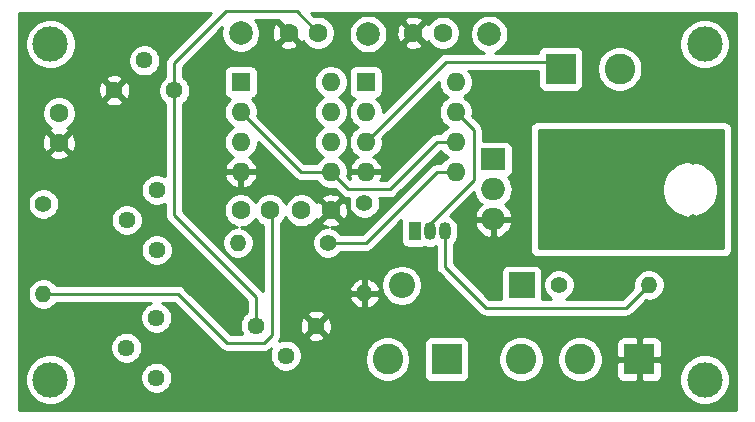
<source format=gbr>
%TF.GenerationSoftware,KiCad,Pcbnew,5.1.8-db9833491~88~ubuntu18.04.1*%
%TF.CreationDate,2020-12-20T18:34:58-05:00*%
%TF.ProjectId,PWMMotorController,50574d4d-6f74-46f7-9243-6f6e74726f6c,rev?*%
%TF.SameCoordinates,Original*%
%TF.FileFunction,Copper,L2,Bot*%
%TF.FilePolarity,Positive*%
%FSLAX46Y46*%
G04 Gerber Fmt 4.6, Leading zero omitted, Abs format (unit mm)*
G04 Created by KiCad (PCBNEW 5.1.8-db9833491~88~ubuntu18.04.1) date 2020-12-20 18:34:58*
%MOMM*%
%LPD*%
G01*
G04 APERTURE LIST*
%TA.AperFunction,ComponentPad*%
%ADD10C,1.600000*%
%TD*%
%TA.AperFunction,ComponentPad*%
%ADD11R,2.200000X2.200000*%
%TD*%
%TA.AperFunction,ComponentPad*%
%ADD12O,2.200000X2.200000*%
%TD*%
%TA.AperFunction,ComponentPad*%
%ADD13O,1.050000X1.500000*%
%TD*%
%TA.AperFunction,ComponentPad*%
%ADD14R,1.050000X1.500000*%
%TD*%
%TA.AperFunction,ComponentPad*%
%ADD15C,1.440000*%
%TD*%
%TA.AperFunction,ComponentPad*%
%ADD16C,1.400000*%
%TD*%
%TA.AperFunction,ComponentPad*%
%ADD17O,1.400000X1.400000*%
%TD*%
%TA.AperFunction,ComponentPad*%
%ADD18C,2.000000*%
%TD*%
%TA.AperFunction,ComponentPad*%
%ADD19O,1.600000X1.600000*%
%TD*%
%TA.AperFunction,ComponentPad*%
%ADD20R,1.600000X1.600000*%
%TD*%
%TA.AperFunction,ComponentPad*%
%ADD21R,2.000000X1.905000*%
%TD*%
%TA.AperFunction,ComponentPad*%
%ADD22O,2.000000X1.905000*%
%TD*%
%TA.AperFunction,ComponentPad*%
%ADD23R,2.600000X2.600000*%
%TD*%
%TA.AperFunction,ComponentPad*%
%ADD24C,2.600000*%
%TD*%
%TA.AperFunction,ViaPad*%
%ADD25C,3.000000*%
%TD*%
%TA.AperFunction,ViaPad*%
%ADD26C,0.800000*%
%TD*%
%TA.AperFunction,Conductor*%
%ADD27C,0.250000*%
%TD*%
%TA.AperFunction,Conductor*%
%ADD28C,0.254000*%
%TD*%
%TA.AperFunction,Conductor*%
%ADD29C,0.100000*%
%TD*%
G04 APERTURE END LIST*
D10*
%TO.P,C1,1*%
%TO.N,Net-(C1-Pad1)*%
X116027200Y-95148400D03*
%TO.P,C1,2*%
%TO.N,GND*%
X116027200Y-97648400D03*
%TD*%
%TO.P,C2,2*%
%TO.N,Net-(C2-Pad2)*%
X131408800Y-103378000D03*
%TO.P,C2,1*%
%TO.N,Net-(C2-Pad1)*%
X133908800Y-103378000D03*
%TD*%
%TO.P,C3,1*%
%TO.N,VCtl*%
X136550400Y-103378000D03*
%TO.P,C3,2*%
%TO.N,GND*%
X139050400Y-103378000D03*
%TD*%
%TO.P,C4,1*%
%TO.N,+CrtV*%
X137972800Y-88341200D03*
%TO.P,C4,2*%
%TO.N,GND*%
X135472800Y-88341200D03*
%TD*%
%TO.P,C5,2*%
%TO.N,GND*%
X146039200Y-88341200D03*
%TO.P,C5,1*%
%TO.N,+CrtV*%
X148539200Y-88341200D03*
%TD*%
D11*
%TO.P,D1,1*%
%TO.N,+BatV*%
X155194000Y-109728000D03*
D12*
%TO.P,D1,2*%
%TO.N,Net-(D1-Pad2)*%
X145034000Y-109728000D03*
%TD*%
D13*
%TO.P,Q1,2*%
%TO.N,Net-(J3-Pad2)*%
X147421600Y-105156000D03*
%TO.P,Q1,3*%
%TO.N,Net-(Q1-Pad3)*%
X148691600Y-105156000D03*
D14*
%TO.P,Q1,1*%
%TO.N,Net-(Q1-Pad1)*%
X146151600Y-105156000D03*
%TD*%
D15*
%TO.P,R1,1*%
%TO.N,+CrtV*%
X125780800Y-93218000D03*
%TO.P,R1,2*%
%TO.N,Net-(C1-Pad1)*%
X123240800Y-90678000D03*
%TO.P,R1,3*%
%TO.N,GND*%
X120700800Y-93218000D03*
%TD*%
%TO.P,R2,3*%
%TO.N,Net-(R2-Pad3)*%
X124307600Y-106730800D03*
%TO.P,R2,2*%
%TO.N,Net-(R2-Pad1)*%
X121767600Y-104190800D03*
%TO.P,R2,1*%
X124307600Y-101650800D03*
%TD*%
D16*
%TO.P,R3,1*%
%TO.N,Net-(R2-Pad1)*%
X114706400Y-102819200D03*
D17*
%TO.P,R3,2*%
%TO.N,Net-(C2-Pad1)*%
X114706400Y-110439200D03*
%TD*%
D15*
%TO.P,R4,1*%
%TO.N,Net-(C2-Pad2)*%
X124256800Y-112471200D03*
%TO.P,R4,2*%
X121716800Y-115011200D03*
%TO.P,R4,3*%
%TO.N,Net-(R2-Pad3)*%
X124256800Y-117551200D03*
%TD*%
%TO.P,R5,3*%
%TO.N,GND*%
X137769600Y-113131600D03*
%TO.P,R5,2*%
%TO.N,VCtl*%
X135229600Y-115671600D03*
%TO.P,R5,1*%
%TO.N,+CrtV*%
X132689600Y-113131600D03*
%TD*%
D17*
%TO.P,R6,2*%
%TO.N,VCtl*%
X131165600Y-106121200D03*
D16*
%TO.P,R6,1*%
%TO.N,Net-(R6-Pad1)*%
X138785600Y-106121200D03*
%TD*%
%TO.P,R7,1*%
%TO.N,+BatV*%
X158343600Y-109677200D03*
D17*
%TO.P,R7,2*%
%TO.N,Net-(Q1-Pad3)*%
X165963600Y-109677200D03*
%TD*%
D16*
%TO.P,R8,1*%
%TO.N,Net-(Q1-Pad1)*%
X141884400Y-102768400D03*
D17*
%TO.P,R8,2*%
%TO.N,GND*%
X141884400Y-110388400D03*
%TD*%
D18*
%TO.P,TP1,1*%
%TO.N,Net-(R2-Pad1)*%
X131419600Y-88392000D03*
%TD*%
%TO.P,TP2,1*%
%TO.N,Net-(C2-Pad2)*%
X142189200Y-88442800D03*
%TD*%
%TO.P,TP3,1*%
%TO.N,Net-(J3-Pad2)*%
X152450800Y-88442800D03*
%TD*%
D19*
%TO.P,U1,8*%
%TO.N,+CrtV*%
X139039600Y-92506800D03*
%TO.P,U1,4*%
%TO.N,GND*%
X131419600Y-100126800D03*
%TO.P,U1,7*%
%TO.N,Net-(C2-Pad2)*%
X139039600Y-95046800D03*
%TO.P,U1,3*%
%TO.N,Net-(R2-Pad3)*%
X131419600Y-97586800D03*
%TO.P,U1,6*%
%TO.N,Net-(C2-Pad1)*%
X139039600Y-97586800D03*
%TO.P,U1,2*%
%TO.N,Net-(C1-Pad1)*%
X131419600Y-95046800D03*
%TO.P,U1,5*%
X139039600Y-100126800D03*
D20*
%TO.P,U1,1*%
%TO.N,Net-(R2-Pad1)*%
X131419600Y-92506800D03*
%TD*%
%TO.P,U2,1*%
%TO.N,Net-(R6-Pad1)*%
X141986000Y-92506800D03*
D19*
%TO.P,U2,5*%
X149606000Y-100126800D03*
%TO.P,U2,2*%
%TO.N,Net-(C2-Pad2)*%
X141986000Y-95046800D03*
%TO.P,U2,6*%
%TO.N,Net-(C1-Pad1)*%
X149606000Y-97586800D03*
%TO.P,U2,3*%
%TO.N,VCtl*%
X141986000Y-97586800D03*
%TO.P,U2,7*%
%TO.N,Net-(J3-Pad2)*%
X149606000Y-95046800D03*
%TO.P,U2,4*%
%TO.N,GND*%
X141986000Y-100126800D03*
%TO.P,U2,8*%
%TO.N,+CrtV*%
X149606000Y-92506800D03*
%TD*%
D21*
%TO.P,Q2,1*%
%TO.N,Net-(Q1-Pad1)*%
X152806400Y-99060000D03*
D22*
%TO.P,Q2,2*%
%TO.N,Net-(D1-Pad2)*%
X152806400Y-101600000D03*
%TO.P,Q2,3*%
%TO.N,GND*%
X152806400Y-104140000D03*
%TD*%
D23*
%TO.P,J3,1*%
%TO.N,VCtl*%
X158496000Y-91389200D03*
D24*
%TO.P,J3,2*%
%TO.N,Net-(J3-Pad2)*%
X163496000Y-91389200D03*
%TD*%
D23*
%TO.P,J1,1*%
%TO.N,GND*%
X165150800Y-115976400D03*
D24*
%TO.P,J1,2*%
%TO.N,+CrtV*%
X160150800Y-115976400D03*
%TO.P,J1,3*%
%TO.N,+BatV*%
X155150800Y-115976400D03*
%TD*%
D23*
%TO.P,J2,1*%
%TO.N,+BatV*%
X148844000Y-115976400D03*
D24*
%TO.P,J2,2*%
%TO.N,Net-(D1-Pad2)*%
X143844000Y-115976400D03*
%TD*%
D25*
%TO.N,*%
X115300000Y-89300000D03*
X115300000Y-117700000D03*
X170700000Y-89300000D03*
X170700000Y-117700000D03*
D26*
%TO.N,Net-(D1-Pad2)*%
X157480000Y-97536000D03*
X159512000Y-97536000D03*
X161544000Y-97536000D03*
X163576000Y-97536000D03*
X165608000Y-97536000D03*
X167640000Y-97536000D03*
X169672000Y-97536000D03*
X171704000Y-97536000D03*
X171704000Y-99568000D03*
X167640000Y-99568000D03*
X165608000Y-99568000D03*
X163576000Y-99568000D03*
X161544000Y-99568000D03*
X159512000Y-99517200D03*
X157480000Y-99517200D03*
X157480000Y-101600000D03*
X157480000Y-103632000D03*
X157480000Y-105664000D03*
X159512000Y-101600000D03*
X161544000Y-101600000D03*
X163576000Y-101600000D03*
X165608000Y-101600000D03*
X159512000Y-103632000D03*
X159512000Y-105664000D03*
X161544000Y-103632000D03*
X161544000Y-105664000D03*
X163576000Y-103632000D03*
X165608000Y-103632000D03*
X167640000Y-103632000D03*
X171704000Y-103632000D03*
X163576000Y-105664000D03*
X165608000Y-105664000D03*
X167640000Y-105664000D03*
X169672000Y-105664000D03*
X171704000Y-105664000D03*
X169672000Y-104140000D03*
X169672000Y-99110800D03*
%TD*%
D27*
%TO.N,Net-(C1-Pad1)*%
X149606000Y-97586800D02*
X148031200Y-97586800D01*
X148031200Y-97586800D02*
X144018000Y-101600000D01*
X140512800Y-101600000D02*
X139039600Y-100126800D01*
X144018000Y-101600000D02*
X140512800Y-101600000D01*
X136499600Y-100126800D02*
X131419600Y-95046800D01*
X139039600Y-100126800D02*
X136499600Y-100126800D01*
%TO.N,Net-(C2-Pad1)*%
X134061200Y-113944400D02*
X134061200Y-103581200D01*
X133400800Y-114604800D02*
X134061200Y-113944400D01*
X130251200Y-114604800D02*
X133400800Y-114604800D01*
X114706400Y-110439200D02*
X126085600Y-110439200D01*
X134061200Y-103581200D02*
X133858000Y-103378000D01*
X126085600Y-110439200D02*
X130251200Y-114604800D01*
%TO.N,VCtl*%
X141986000Y-97586800D02*
X148793200Y-90779600D01*
X158496000Y-91389200D02*
X157886400Y-90779600D01*
X157886400Y-90779600D02*
X148793200Y-90779600D01*
%TO.N,Net-(Q1-Pad3)*%
X164033200Y-111607600D02*
X165963600Y-109677200D01*
X152146000Y-111607600D02*
X164033200Y-111607600D01*
X148691600Y-105156000D02*
X148691600Y-108153200D01*
X148691600Y-108153200D02*
X152146000Y-111607600D01*
%TO.N,Net-(R6-Pad1)*%
X148031200Y-100126800D02*
X149606000Y-100126800D01*
X138785600Y-106121200D02*
X142036800Y-106121200D01*
X142036800Y-106121200D02*
X148031200Y-100126800D01*
%TO.N,Net-(J3-Pad2)*%
X151130000Y-96570800D02*
X149606000Y-95046800D01*
X151130000Y-100787200D02*
X151130000Y-96570800D01*
X147421600Y-104495600D02*
X147421600Y-105156000D01*
X151130000Y-100787200D02*
X147421600Y-104495600D01*
%TO.N,+CrtV*%
X125780800Y-103784400D02*
X125780800Y-93218000D01*
X132689600Y-113131600D02*
X132689600Y-110693200D01*
X132689600Y-110693200D02*
X125780800Y-103784400D01*
X136144000Y-86512400D02*
X137972800Y-88341200D01*
X130149600Y-86512400D02*
X136144000Y-86512400D01*
X125780800Y-93218000D02*
X125780800Y-90881200D01*
X125780800Y-90881200D02*
X130149600Y-86512400D01*
%TD*%
D28*
%TO.N,GND*%
X125269798Y-90317401D02*
X125240800Y-90341199D01*
X125217002Y-90370197D01*
X125217001Y-90370198D01*
X125145826Y-90456924D01*
X125075254Y-90588954D01*
X125031798Y-90732215D01*
X125017124Y-90881200D01*
X125020801Y-90918532D01*
X125020800Y-92096171D01*
X124917038Y-92165503D01*
X124728303Y-92354238D01*
X124580015Y-92576167D01*
X124477872Y-92822761D01*
X124425800Y-93084544D01*
X124425800Y-93351456D01*
X124477872Y-93613239D01*
X124580015Y-93859833D01*
X124728303Y-94081762D01*
X124917038Y-94270497D01*
X125020801Y-94339829D01*
X125020800Y-100497701D01*
X124949433Y-100450015D01*
X124702839Y-100347872D01*
X124441056Y-100295800D01*
X124174144Y-100295800D01*
X123912361Y-100347872D01*
X123665767Y-100450015D01*
X123443838Y-100598303D01*
X123255103Y-100787038D01*
X123106815Y-101008967D01*
X123004672Y-101255561D01*
X122952600Y-101517344D01*
X122952600Y-101784256D01*
X123004672Y-102046039D01*
X123106815Y-102292633D01*
X123255103Y-102514562D01*
X123443838Y-102703297D01*
X123665767Y-102851585D01*
X123912361Y-102953728D01*
X124174144Y-103005800D01*
X124441056Y-103005800D01*
X124702839Y-102953728D01*
X124949433Y-102851585D01*
X125020800Y-102803899D01*
X125020800Y-103747078D01*
X125017124Y-103784400D01*
X125020800Y-103821722D01*
X125020800Y-103821732D01*
X125031797Y-103933385D01*
X125050273Y-103994292D01*
X125075254Y-104076646D01*
X125145826Y-104208676D01*
X125151979Y-104216173D01*
X125240799Y-104324401D01*
X125269803Y-104348204D01*
X131929601Y-111008003D01*
X131929600Y-112009771D01*
X131825838Y-112079103D01*
X131637103Y-112267838D01*
X131488815Y-112489767D01*
X131386672Y-112736361D01*
X131334600Y-112998144D01*
X131334600Y-113265056D01*
X131386672Y-113526839D01*
X131488815Y-113773433D01*
X131536501Y-113844800D01*
X130566002Y-113844800D01*
X126649404Y-109928203D01*
X126625601Y-109899199D01*
X126509876Y-109804226D01*
X126377847Y-109733654D01*
X126234586Y-109690197D01*
X126122933Y-109679200D01*
X126122922Y-109679200D01*
X126085600Y-109675524D01*
X126048278Y-109679200D01*
X115804175Y-109679200D01*
X115743362Y-109588187D01*
X115557413Y-109402238D01*
X115338759Y-109256139D01*
X115095805Y-109155504D01*
X114837886Y-109104200D01*
X114574914Y-109104200D01*
X114316995Y-109155504D01*
X114074041Y-109256139D01*
X113855387Y-109402238D01*
X113669438Y-109588187D01*
X113523339Y-109806841D01*
X113422704Y-110049795D01*
X113371400Y-110307714D01*
X113371400Y-110570686D01*
X113422704Y-110828605D01*
X113523339Y-111071559D01*
X113669438Y-111290213D01*
X113855387Y-111476162D01*
X114074041Y-111622261D01*
X114316995Y-111722896D01*
X114574914Y-111774200D01*
X114837886Y-111774200D01*
X115095805Y-111722896D01*
X115338759Y-111622261D01*
X115557413Y-111476162D01*
X115743362Y-111290213D01*
X115804175Y-111199200D01*
X123786895Y-111199200D01*
X123614967Y-111270415D01*
X123393038Y-111418703D01*
X123204303Y-111607438D01*
X123056015Y-111829367D01*
X122953872Y-112075961D01*
X122901800Y-112337744D01*
X122901800Y-112604656D01*
X122953872Y-112866439D01*
X123056015Y-113113033D01*
X123204303Y-113334962D01*
X123393038Y-113523697D01*
X123614967Y-113671985D01*
X123861561Y-113774128D01*
X124123344Y-113826200D01*
X124390256Y-113826200D01*
X124652039Y-113774128D01*
X124898633Y-113671985D01*
X125120562Y-113523697D01*
X125309297Y-113334962D01*
X125457585Y-113113033D01*
X125559728Y-112866439D01*
X125611800Y-112604656D01*
X125611800Y-112337744D01*
X125559728Y-112075961D01*
X125457585Y-111829367D01*
X125309297Y-111607438D01*
X125120562Y-111418703D01*
X124898633Y-111270415D01*
X124726705Y-111199200D01*
X125770799Y-111199200D01*
X129687401Y-115115803D01*
X129711199Y-115144801D01*
X129740197Y-115168599D01*
X129826923Y-115239774D01*
X129895372Y-115276361D01*
X129958953Y-115310346D01*
X130102214Y-115353803D01*
X130213867Y-115364800D01*
X130213877Y-115364800D01*
X130251199Y-115368476D01*
X130288522Y-115364800D01*
X133363478Y-115364800D01*
X133400800Y-115368476D01*
X133438122Y-115364800D01*
X133438133Y-115364800D01*
X133549786Y-115353803D01*
X133693047Y-115310346D01*
X133825076Y-115239774D01*
X133940801Y-115144801D01*
X133964603Y-115115798D01*
X134013386Y-115067015D01*
X133926672Y-115276361D01*
X133874600Y-115538144D01*
X133874600Y-115805056D01*
X133926672Y-116066839D01*
X134028815Y-116313433D01*
X134177103Y-116535362D01*
X134365838Y-116724097D01*
X134587767Y-116872385D01*
X134834361Y-116974528D01*
X135096144Y-117026600D01*
X135363056Y-117026600D01*
X135624839Y-116974528D01*
X135871433Y-116872385D01*
X136093362Y-116724097D01*
X136282097Y-116535362D01*
X136430385Y-116313433D01*
X136532528Y-116066839D01*
X136584600Y-115805056D01*
X136584600Y-115785819D01*
X141909000Y-115785819D01*
X141909000Y-116166981D01*
X141983361Y-116540819D01*
X142129225Y-116892966D01*
X142340987Y-117209891D01*
X142610509Y-117479413D01*
X142927434Y-117691175D01*
X143279581Y-117837039D01*
X143653419Y-117911400D01*
X144034581Y-117911400D01*
X144408419Y-117837039D01*
X144760566Y-117691175D01*
X145077491Y-117479413D01*
X145347013Y-117209891D01*
X145558775Y-116892966D01*
X145704639Y-116540819D01*
X145779000Y-116166981D01*
X145779000Y-115785819D01*
X145704639Y-115411981D01*
X145558775Y-115059834D01*
X145347013Y-114742909D01*
X145280504Y-114676400D01*
X146905928Y-114676400D01*
X146905928Y-117276400D01*
X146918188Y-117400882D01*
X146954498Y-117520580D01*
X147013463Y-117630894D01*
X147092815Y-117727585D01*
X147189506Y-117806937D01*
X147299820Y-117865902D01*
X147419518Y-117902212D01*
X147544000Y-117914472D01*
X150144000Y-117914472D01*
X150268482Y-117902212D01*
X150388180Y-117865902D01*
X150498494Y-117806937D01*
X150595185Y-117727585D01*
X150674537Y-117630894D01*
X150733502Y-117520580D01*
X150769812Y-117400882D01*
X150782072Y-117276400D01*
X150782072Y-115785819D01*
X153215800Y-115785819D01*
X153215800Y-116166981D01*
X153290161Y-116540819D01*
X153436025Y-116892966D01*
X153647787Y-117209891D01*
X153917309Y-117479413D01*
X154234234Y-117691175D01*
X154586381Y-117837039D01*
X154960219Y-117911400D01*
X155341381Y-117911400D01*
X155715219Y-117837039D01*
X156067366Y-117691175D01*
X156384291Y-117479413D01*
X156653813Y-117209891D01*
X156865575Y-116892966D01*
X157011439Y-116540819D01*
X157085800Y-116166981D01*
X157085800Y-115785819D01*
X158215800Y-115785819D01*
X158215800Y-116166981D01*
X158290161Y-116540819D01*
X158436025Y-116892966D01*
X158647787Y-117209891D01*
X158917309Y-117479413D01*
X159234234Y-117691175D01*
X159586381Y-117837039D01*
X159960219Y-117911400D01*
X160341381Y-117911400D01*
X160715219Y-117837039D01*
X161067366Y-117691175D01*
X161384291Y-117479413D01*
X161587304Y-117276400D01*
X163212728Y-117276400D01*
X163224988Y-117400882D01*
X163261298Y-117520580D01*
X163320263Y-117630894D01*
X163399615Y-117727585D01*
X163496306Y-117806937D01*
X163606620Y-117865902D01*
X163726318Y-117902212D01*
X163850800Y-117914472D01*
X164865050Y-117911400D01*
X165023800Y-117752650D01*
X165023800Y-116103400D01*
X165277800Y-116103400D01*
X165277800Y-117752650D01*
X165436550Y-117911400D01*
X166450800Y-117914472D01*
X166575282Y-117902212D01*
X166694980Y-117865902D01*
X166805294Y-117806937D01*
X166901985Y-117727585D01*
X166981337Y-117630894D01*
X167040302Y-117520580D01*
X167049662Y-117489721D01*
X168565000Y-117489721D01*
X168565000Y-117910279D01*
X168647047Y-118322756D01*
X168807988Y-118711302D01*
X169041637Y-119060983D01*
X169339017Y-119358363D01*
X169688698Y-119592012D01*
X170077244Y-119752953D01*
X170489721Y-119835000D01*
X170910279Y-119835000D01*
X171322756Y-119752953D01*
X171711302Y-119592012D01*
X172060983Y-119358363D01*
X172358363Y-119060983D01*
X172592012Y-118711302D01*
X172752953Y-118322756D01*
X172835000Y-117910279D01*
X172835000Y-117489721D01*
X172752953Y-117077244D01*
X172592012Y-116688698D01*
X172358363Y-116339017D01*
X172060983Y-116041637D01*
X171711302Y-115807988D01*
X171322756Y-115647047D01*
X170910279Y-115565000D01*
X170489721Y-115565000D01*
X170077244Y-115647047D01*
X169688698Y-115807988D01*
X169339017Y-116041637D01*
X169041637Y-116339017D01*
X168807988Y-116688698D01*
X168647047Y-117077244D01*
X168565000Y-117489721D01*
X167049662Y-117489721D01*
X167076612Y-117400882D01*
X167088872Y-117276400D01*
X167085800Y-116262150D01*
X166927050Y-116103400D01*
X165277800Y-116103400D01*
X165023800Y-116103400D01*
X163374550Y-116103400D01*
X163215800Y-116262150D01*
X163212728Y-117276400D01*
X161587304Y-117276400D01*
X161653813Y-117209891D01*
X161865575Y-116892966D01*
X162011439Y-116540819D01*
X162085800Y-116166981D01*
X162085800Y-115785819D01*
X162011439Y-115411981D01*
X161865575Y-115059834D01*
X161653813Y-114742909D01*
X161587304Y-114676400D01*
X163212728Y-114676400D01*
X163215800Y-115690650D01*
X163374550Y-115849400D01*
X165023800Y-115849400D01*
X165023800Y-114200150D01*
X165277800Y-114200150D01*
X165277800Y-115849400D01*
X166927050Y-115849400D01*
X167085800Y-115690650D01*
X167088872Y-114676400D01*
X167076612Y-114551918D01*
X167040302Y-114432220D01*
X166981337Y-114321906D01*
X166901985Y-114225215D01*
X166805294Y-114145863D01*
X166694980Y-114086898D01*
X166575282Y-114050588D01*
X166450800Y-114038328D01*
X165436550Y-114041400D01*
X165277800Y-114200150D01*
X165023800Y-114200150D01*
X164865050Y-114041400D01*
X163850800Y-114038328D01*
X163726318Y-114050588D01*
X163606620Y-114086898D01*
X163496306Y-114145863D01*
X163399615Y-114225215D01*
X163320263Y-114321906D01*
X163261298Y-114432220D01*
X163224988Y-114551918D01*
X163212728Y-114676400D01*
X161587304Y-114676400D01*
X161384291Y-114473387D01*
X161067366Y-114261625D01*
X160715219Y-114115761D01*
X160341381Y-114041400D01*
X159960219Y-114041400D01*
X159586381Y-114115761D01*
X159234234Y-114261625D01*
X158917309Y-114473387D01*
X158647787Y-114742909D01*
X158436025Y-115059834D01*
X158290161Y-115411981D01*
X158215800Y-115785819D01*
X157085800Y-115785819D01*
X157011439Y-115411981D01*
X156865575Y-115059834D01*
X156653813Y-114742909D01*
X156384291Y-114473387D01*
X156067366Y-114261625D01*
X155715219Y-114115761D01*
X155341381Y-114041400D01*
X154960219Y-114041400D01*
X154586381Y-114115761D01*
X154234234Y-114261625D01*
X153917309Y-114473387D01*
X153647787Y-114742909D01*
X153436025Y-115059834D01*
X153290161Y-115411981D01*
X153215800Y-115785819D01*
X150782072Y-115785819D01*
X150782072Y-114676400D01*
X150769812Y-114551918D01*
X150733502Y-114432220D01*
X150674537Y-114321906D01*
X150595185Y-114225215D01*
X150498494Y-114145863D01*
X150388180Y-114086898D01*
X150268482Y-114050588D01*
X150144000Y-114038328D01*
X147544000Y-114038328D01*
X147419518Y-114050588D01*
X147299820Y-114086898D01*
X147189506Y-114145863D01*
X147092815Y-114225215D01*
X147013463Y-114321906D01*
X146954498Y-114432220D01*
X146918188Y-114551918D01*
X146905928Y-114676400D01*
X145280504Y-114676400D01*
X145077491Y-114473387D01*
X144760566Y-114261625D01*
X144408419Y-114115761D01*
X144034581Y-114041400D01*
X143653419Y-114041400D01*
X143279581Y-114115761D01*
X142927434Y-114261625D01*
X142610509Y-114473387D01*
X142340987Y-114742909D01*
X142129225Y-115059834D01*
X141983361Y-115411981D01*
X141909000Y-115785819D01*
X136584600Y-115785819D01*
X136584600Y-115538144D01*
X136532528Y-115276361D01*
X136430385Y-115029767D01*
X136282097Y-114807838D01*
X136093362Y-114619103D01*
X135871433Y-114470815D01*
X135624839Y-114368672D01*
X135363056Y-114316600D01*
X135096144Y-114316600D01*
X134834361Y-114368672D01*
X134625012Y-114455388D01*
X134696174Y-114368676D01*
X134766746Y-114236647D01*
X134810203Y-114093386D01*
X134812786Y-114067160D01*
X137013645Y-114067160D01*
X137075532Y-114302968D01*
X137317390Y-114415866D01*
X137576627Y-114479411D01*
X137843280Y-114491161D01*
X138107101Y-114450663D01*
X138357953Y-114359475D01*
X138463668Y-114302968D01*
X138525555Y-114067160D01*
X137769600Y-113311205D01*
X137013645Y-114067160D01*
X134812786Y-114067160D01*
X134821200Y-113981733D01*
X134821200Y-113981725D01*
X134824876Y-113944400D01*
X134821200Y-113907075D01*
X134821200Y-113205280D01*
X136410039Y-113205280D01*
X136450537Y-113469101D01*
X136541725Y-113719953D01*
X136598232Y-113825668D01*
X136834040Y-113887555D01*
X137589995Y-113131600D01*
X137949205Y-113131600D01*
X138705160Y-113887555D01*
X138940968Y-113825668D01*
X139053866Y-113583810D01*
X139117411Y-113324573D01*
X139129161Y-113057920D01*
X139088663Y-112794099D01*
X138997475Y-112543247D01*
X138940968Y-112437532D01*
X138705160Y-112375645D01*
X137949205Y-113131600D01*
X137589995Y-113131600D01*
X136834040Y-112375645D01*
X136598232Y-112437532D01*
X136485334Y-112679390D01*
X136421789Y-112938627D01*
X136410039Y-113205280D01*
X134821200Y-113205280D01*
X134821200Y-112196040D01*
X137013645Y-112196040D01*
X137769600Y-112951995D01*
X138525555Y-112196040D01*
X138463668Y-111960232D01*
X138221810Y-111847334D01*
X137962573Y-111783789D01*
X137695920Y-111772039D01*
X137432099Y-111812537D01*
X137181247Y-111903725D01*
X137075532Y-111960232D01*
X137013645Y-112196040D01*
X134821200Y-112196040D01*
X134821200Y-110721730D01*
X140591678Y-110721730D01*
X140681547Y-110967523D01*
X140817641Y-111191060D01*
X140994730Y-111383751D01*
X141206008Y-111538192D01*
X141443356Y-111648447D01*
X141551071Y-111681116D01*
X141757400Y-111557774D01*
X141757400Y-110515400D01*
X142011400Y-110515400D01*
X142011400Y-111557774D01*
X142217729Y-111681116D01*
X142325444Y-111648447D01*
X142562792Y-111538192D01*
X142774070Y-111383751D01*
X142951159Y-111191060D01*
X143087253Y-110967523D01*
X143177122Y-110721730D01*
X143054601Y-110515400D01*
X142011400Y-110515400D01*
X141757400Y-110515400D01*
X140714199Y-110515400D01*
X140591678Y-110721730D01*
X134821200Y-110721730D01*
X134821200Y-110055070D01*
X140591678Y-110055070D01*
X140714199Y-110261400D01*
X141757400Y-110261400D01*
X141757400Y-109219026D01*
X142011400Y-109219026D01*
X142011400Y-110261400D01*
X143054601Y-110261400D01*
X143177122Y-110055070D01*
X143087253Y-109809277D01*
X142951159Y-109585740D01*
X142924854Y-109557117D01*
X143299000Y-109557117D01*
X143299000Y-109898883D01*
X143365675Y-110234081D01*
X143496463Y-110549831D01*
X143686337Y-110833998D01*
X143928002Y-111075663D01*
X144212169Y-111265537D01*
X144527919Y-111396325D01*
X144863117Y-111463000D01*
X145204883Y-111463000D01*
X145540081Y-111396325D01*
X145855831Y-111265537D01*
X146139998Y-111075663D01*
X146381663Y-110833998D01*
X146571537Y-110549831D01*
X146702325Y-110234081D01*
X146769000Y-109898883D01*
X146769000Y-109557117D01*
X146702325Y-109221919D01*
X146571537Y-108906169D01*
X146381663Y-108622002D01*
X146139998Y-108380337D01*
X145855831Y-108190463D01*
X145540081Y-108059675D01*
X145204883Y-107993000D01*
X144863117Y-107993000D01*
X144527919Y-108059675D01*
X144212169Y-108190463D01*
X143928002Y-108380337D01*
X143686337Y-108622002D01*
X143496463Y-108906169D01*
X143365675Y-109221919D01*
X143299000Y-109557117D01*
X142924854Y-109557117D01*
X142774070Y-109393049D01*
X142562792Y-109238608D01*
X142325444Y-109128353D01*
X142217729Y-109095684D01*
X142011400Y-109219026D01*
X141757400Y-109219026D01*
X141551071Y-109095684D01*
X141443356Y-109128353D01*
X141206008Y-109238608D01*
X140994730Y-109393049D01*
X140817641Y-109585740D01*
X140681547Y-109809277D01*
X140591678Y-110055070D01*
X134821200Y-110055070D01*
X134821200Y-104494213D01*
X134823559Y-104492637D01*
X135023437Y-104292759D01*
X135180480Y-104057727D01*
X135229600Y-103939141D01*
X135278720Y-104057727D01*
X135435763Y-104292759D01*
X135635641Y-104492637D01*
X135870673Y-104649680D01*
X136131826Y-104757853D01*
X136409065Y-104813000D01*
X136691735Y-104813000D01*
X136968974Y-104757853D01*
X137230127Y-104649680D01*
X137465159Y-104492637D01*
X137665037Y-104292759D01*
X137799092Y-104092131D01*
X137813729Y-104119514D01*
X138057698Y-104191097D01*
X138870795Y-103378000D01*
X139230005Y-103378000D01*
X140043102Y-104191097D01*
X140287071Y-104119514D01*
X140407971Y-103864004D01*
X140476700Y-103589816D01*
X140490617Y-103307488D01*
X140449187Y-103027870D01*
X140354003Y-102761708D01*
X140287071Y-102636486D01*
X140043102Y-102564903D01*
X139230005Y-103378000D01*
X138870795Y-103378000D01*
X138057698Y-102564903D01*
X137813729Y-102636486D01*
X137800076Y-102665341D01*
X137665037Y-102463241D01*
X137587094Y-102385298D01*
X138237303Y-102385298D01*
X139050400Y-103198395D01*
X139863497Y-102385298D01*
X139791914Y-102141329D01*
X139536404Y-102020429D01*
X139262216Y-101951700D01*
X138979888Y-101937783D01*
X138700270Y-101979213D01*
X138434108Y-102074397D01*
X138308886Y-102141329D01*
X138237303Y-102385298D01*
X137587094Y-102385298D01*
X137465159Y-102263363D01*
X137230127Y-102106320D01*
X136968974Y-101998147D01*
X136691735Y-101943000D01*
X136409065Y-101943000D01*
X136131826Y-101998147D01*
X135870673Y-102106320D01*
X135635641Y-102263363D01*
X135435763Y-102463241D01*
X135278720Y-102698273D01*
X135229600Y-102816859D01*
X135180480Y-102698273D01*
X135023437Y-102463241D01*
X134823559Y-102263363D01*
X134588527Y-102106320D01*
X134327374Y-101998147D01*
X134050135Y-101943000D01*
X133767465Y-101943000D01*
X133490226Y-101998147D01*
X133229073Y-102106320D01*
X132994041Y-102263363D01*
X132794163Y-102463241D01*
X132658800Y-102665827D01*
X132523437Y-102463241D01*
X132323559Y-102263363D01*
X132088527Y-102106320D01*
X131827374Y-101998147D01*
X131550135Y-101943000D01*
X131267465Y-101943000D01*
X130990226Y-101998147D01*
X130729073Y-102106320D01*
X130494041Y-102263363D01*
X130294163Y-102463241D01*
X130137120Y-102698273D01*
X130028947Y-102959426D01*
X129973800Y-103236665D01*
X129973800Y-103519335D01*
X130028947Y-103796574D01*
X130137120Y-104057727D01*
X130294163Y-104292759D01*
X130494041Y-104492637D01*
X130729073Y-104649680D01*
X130990226Y-104757853D01*
X131132734Y-104786200D01*
X131034114Y-104786200D01*
X130776195Y-104837504D01*
X130533241Y-104938139D01*
X130314587Y-105084238D01*
X130128638Y-105270187D01*
X129982539Y-105488841D01*
X129881904Y-105731795D01*
X129830600Y-105989714D01*
X129830600Y-106252686D01*
X129881904Y-106510605D01*
X129982539Y-106753559D01*
X130128638Y-106972213D01*
X130314587Y-107158162D01*
X130533241Y-107304261D01*
X130776195Y-107404896D01*
X131034114Y-107456200D01*
X131297086Y-107456200D01*
X131555005Y-107404896D01*
X131797959Y-107304261D01*
X132016613Y-107158162D01*
X132202562Y-106972213D01*
X132348661Y-106753559D01*
X132449296Y-106510605D01*
X132500600Y-106252686D01*
X132500600Y-105989714D01*
X132449296Y-105731795D01*
X132348661Y-105488841D01*
X132202562Y-105270187D01*
X132016613Y-105084238D01*
X131797959Y-104938139D01*
X131555005Y-104837504D01*
X131431817Y-104813000D01*
X131550135Y-104813000D01*
X131827374Y-104757853D01*
X132088527Y-104649680D01*
X132323559Y-104492637D01*
X132523437Y-104292759D01*
X132658800Y-104090173D01*
X132794163Y-104292759D01*
X132994041Y-104492637D01*
X133229073Y-104649680D01*
X133301201Y-104679556D01*
X133301200Y-110240443D01*
X133229601Y-110153199D01*
X133200603Y-110129401D01*
X126540800Y-103469599D01*
X126540800Y-100475839D01*
X130027696Y-100475839D01*
X130068354Y-100609887D01*
X130188563Y-100864220D01*
X130356081Y-101090214D01*
X130564469Y-101279185D01*
X130805719Y-101423870D01*
X131070560Y-101518709D01*
X131292600Y-101397424D01*
X131292600Y-100253800D01*
X131546600Y-100253800D01*
X131546600Y-101397424D01*
X131768640Y-101518709D01*
X132033481Y-101423870D01*
X132274731Y-101279185D01*
X132483119Y-101090214D01*
X132650637Y-100864220D01*
X132770846Y-100609887D01*
X132811504Y-100475839D01*
X132689515Y-100253800D01*
X131546600Y-100253800D01*
X131292600Y-100253800D01*
X130149685Y-100253800D01*
X130027696Y-100475839D01*
X126540800Y-100475839D01*
X126540800Y-94339828D01*
X126644562Y-94270497D01*
X126833297Y-94081762D01*
X126981585Y-93859833D01*
X127083728Y-93613239D01*
X127135800Y-93351456D01*
X127135800Y-93084544D01*
X127083728Y-92822761D01*
X126981585Y-92576167D01*
X126833297Y-92354238D01*
X126644562Y-92165503D01*
X126540800Y-92096172D01*
X126540800Y-91706800D01*
X129981528Y-91706800D01*
X129981528Y-93306800D01*
X129993788Y-93431282D01*
X130030098Y-93550980D01*
X130089063Y-93661294D01*
X130168415Y-93757985D01*
X130265106Y-93837337D01*
X130375420Y-93896302D01*
X130495118Y-93932612D01*
X130503561Y-93933443D01*
X130304963Y-94132041D01*
X130147920Y-94367073D01*
X130039747Y-94628226D01*
X129984600Y-94905465D01*
X129984600Y-95188135D01*
X130039747Y-95465374D01*
X130147920Y-95726527D01*
X130304963Y-95961559D01*
X130504841Y-96161437D01*
X130737359Y-96316800D01*
X130504841Y-96472163D01*
X130304963Y-96672041D01*
X130147920Y-96907073D01*
X130039747Y-97168226D01*
X129984600Y-97445465D01*
X129984600Y-97728135D01*
X130039747Y-98005374D01*
X130147920Y-98266527D01*
X130304963Y-98501559D01*
X130504841Y-98701437D01*
X130739873Y-98858480D01*
X130750465Y-98862867D01*
X130564469Y-98974415D01*
X130356081Y-99163386D01*
X130188563Y-99389380D01*
X130068354Y-99643713D01*
X130027696Y-99777761D01*
X130149685Y-99999800D01*
X131292600Y-99999800D01*
X131292600Y-99979800D01*
X131546600Y-99979800D01*
X131546600Y-99999800D01*
X132689515Y-99999800D01*
X132811504Y-99777761D01*
X132770846Y-99643713D01*
X132650637Y-99389380D01*
X132483119Y-99163386D01*
X132274731Y-98974415D01*
X132088735Y-98862867D01*
X132099327Y-98858480D01*
X132334359Y-98701437D01*
X132534237Y-98501559D01*
X132691280Y-98266527D01*
X132799453Y-98005374D01*
X132854600Y-97728135D01*
X132854600Y-97556601D01*
X135935800Y-100637802D01*
X135959599Y-100666801D01*
X135988597Y-100690599D01*
X136075323Y-100761774D01*
X136192734Y-100824532D01*
X136207353Y-100832346D01*
X136350614Y-100875803D01*
X136462267Y-100886800D01*
X136462277Y-100886800D01*
X136499600Y-100890476D01*
X136536923Y-100886800D01*
X137821557Y-100886800D01*
X137924963Y-101041559D01*
X138124841Y-101241437D01*
X138359873Y-101398480D01*
X138621026Y-101506653D01*
X138898265Y-101561800D01*
X139180935Y-101561800D01*
X139363486Y-101525488D01*
X139949005Y-102111008D01*
X139972799Y-102140001D01*
X140001792Y-102163795D01*
X140001796Y-102163799D01*
X140058640Y-102210449D01*
X140088524Y-102234974D01*
X140220553Y-102305546D01*
X140363814Y-102349003D01*
X140475467Y-102360000D01*
X140475476Y-102360000D01*
X140512799Y-102363676D01*
X140550122Y-102360000D01*
X140608572Y-102360000D01*
X140600704Y-102378995D01*
X140549400Y-102636914D01*
X140549400Y-102899886D01*
X140600704Y-103157805D01*
X140701339Y-103400759D01*
X140847438Y-103619413D01*
X141033387Y-103805362D01*
X141252041Y-103951461D01*
X141494995Y-104052096D01*
X141752914Y-104103400D01*
X142015886Y-104103400D01*
X142273805Y-104052096D01*
X142516759Y-103951461D01*
X142735413Y-103805362D01*
X142921362Y-103619413D01*
X143067461Y-103400759D01*
X143168096Y-103157805D01*
X143219400Y-102899886D01*
X143219400Y-102636914D01*
X143168096Y-102378995D01*
X143160228Y-102360000D01*
X143980678Y-102360000D01*
X144018000Y-102363676D01*
X144055322Y-102360000D01*
X144055333Y-102360000D01*
X144166986Y-102349003D01*
X144310247Y-102305546D01*
X144442276Y-102234974D01*
X144558001Y-102140001D01*
X144581804Y-102110997D01*
X148346002Y-98346800D01*
X148387957Y-98346800D01*
X148491363Y-98501559D01*
X148691241Y-98701437D01*
X148923759Y-98856800D01*
X148691241Y-99012163D01*
X148491363Y-99212041D01*
X148387957Y-99366800D01*
X148068525Y-99366800D01*
X148031200Y-99363124D01*
X147993875Y-99366800D01*
X147993867Y-99366800D01*
X147882214Y-99377797D01*
X147738953Y-99421254D01*
X147606924Y-99491826D01*
X147491199Y-99586799D01*
X147467401Y-99615797D01*
X141721999Y-105361200D01*
X139883375Y-105361200D01*
X139822562Y-105270187D01*
X139636613Y-105084238D01*
X139417959Y-104938139D01*
X139175005Y-104837504D01*
X139063921Y-104815408D01*
X139120912Y-104818217D01*
X139400530Y-104776787D01*
X139666692Y-104681603D01*
X139791914Y-104614671D01*
X139863497Y-104370702D01*
X139050400Y-103557605D01*
X138237303Y-104370702D01*
X138308886Y-104614671D01*
X138564396Y-104735571D01*
X138766376Y-104786200D01*
X138654114Y-104786200D01*
X138396195Y-104837504D01*
X138153241Y-104938139D01*
X137934587Y-105084238D01*
X137748638Y-105270187D01*
X137602539Y-105488841D01*
X137501904Y-105731795D01*
X137450600Y-105989714D01*
X137450600Y-106252686D01*
X137501904Y-106510605D01*
X137602539Y-106753559D01*
X137748638Y-106972213D01*
X137934587Y-107158162D01*
X138153241Y-107304261D01*
X138396195Y-107404896D01*
X138654114Y-107456200D01*
X138917086Y-107456200D01*
X139175005Y-107404896D01*
X139417959Y-107304261D01*
X139636613Y-107158162D01*
X139822562Y-106972213D01*
X139883375Y-106881200D01*
X141999478Y-106881200D01*
X142036800Y-106884876D01*
X142074122Y-106881200D01*
X142074133Y-106881200D01*
X142185786Y-106870203D01*
X142329047Y-106826746D01*
X142461076Y-106756174D01*
X142576801Y-106661201D01*
X142600604Y-106632197D01*
X145022344Y-104210457D01*
X145000788Y-104281518D01*
X144988528Y-104406000D01*
X144988528Y-105906000D01*
X145000788Y-106030482D01*
X145037098Y-106150180D01*
X145096063Y-106260494D01*
X145175415Y-106357185D01*
X145272106Y-106436537D01*
X145382420Y-106495502D01*
X145502118Y-106531812D01*
X145626600Y-106544072D01*
X146676600Y-106544072D01*
X146801082Y-106531812D01*
X146920780Y-106495502D01*
X146985502Y-106460907D01*
X147194201Y-106524215D01*
X147421600Y-106546612D01*
X147649000Y-106524215D01*
X147867660Y-106457885D01*
X147931600Y-106423708D01*
X147931601Y-108115868D01*
X147927924Y-108153200D01*
X147942598Y-108302185D01*
X147986054Y-108445446D01*
X148056626Y-108577476D01*
X148108134Y-108640238D01*
X148151600Y-108693201D01*
X148180598Y-108716999D01*
X151582201Y-112118603D01*
X151605999Y-112147601D01*
X151721724Y-112242574D01*
X151853753Y-112313146D01*
X151997014Y-112356603D01*
X152108667Y-112367600D01*
X152108676Y-112367600D01*
X152145999Y-112371276D01*
X152183322Y-112367600D01*
X163995878Y-112367600D01*
X164033200Y-112371276D01*
X164070522Y-112367600D01*
X164070533Y-112367600D01*
X164182186Y-112356603D01*
X164325447Y-112313146D01*
X164457476Y-112242574D01*
X164573201Y-112147601D01*
X164597004Y-112118597D01*
X165724757Y-110990845D01*
X165832114Y-111012200D01*
X166095086Y-111012200D01*
X166353005Y-110960896D01*
X166595959Y-110860261D01*
X166814613Y-110714162D01*
X167000562Y-110528213D01*
X167146661Y-110309559D01*
X167247296Y-110066605D01*
X167298600Y-109808686D01*
X167298600Y-109545714D01*
X167247296Y-109287795D01*
X167146661Y-109044841D01*
X167000562Y-108826187D01*
X166814613Y-108640238D01*
X166595959Y-108494139D01*
X166353005Y-108393504D01*
X166095086Y-108342200D01*
X165832114Y-108342200D01*
X165574195Y-108393504D01*
X165331241Y-108494139D01*
X165112587Y-108640238D01*
X164926638Y-108826187D01*
X164780539Y-109044841D01*
X164679904Y-109287795D01*
X164628600Y-109545714D01*
X164628600Y-109808686D01*
X164649955Y-109916043D01*
X163718399Y-110847600D01*
X158994908Y-110847600D01*
X159194613Y-110714162D01*
X159380562Y-110528213D01*
X159526661Y-110309559D01*
X159627296Y-110066605D01*
X159678600Y-109808686D01*
X159678600Y-109545714D01*
X159627296Y-109287795D01*
X159526661Y-109044841D01*
X159380562Y-108826187D01*
X159194613Y-108640238D01*
X158975959Y-108494139D01*
X158733005Y-108393504D01*
X158475086Y-108342200D01*
X158212114Y-108342200D01*
X157954195Y-108393504D01*
X157711241Y-108494139D01*
X157492587Y-108640238D01*
X157306638Y-108826187D01*
X157160539Y-109044841D01*
X157059904Y-109287795D01*
X157008600Y-109545714D01*
X157008600Y-109808686D01*
X157059904Y-110066605D01*
X157160539Y-110309559D01*
X157306638Y-110528213D01*
X157492587Y-110714162D01*
X157692292Y-110847600D01*
X156930142Y-110847600D01*
X156932072Y-110828000D01*
X156932072Y-108628000D01*
X156919812Y-108503518D01*
X156883502Y-108383820D01*
X156824537Y-108273506D01*
X156745185Y-108176815D01*
X156648494Y-108097463D01*
X156538180Y-108038498D01*
X156418482Y-108002188D01*
X156294000Y-107989928D01*
X154094000Y-107989928D01*
X153969518Y-108002188D01*
X153849820Y-108038498D01*
X153739506Y-108097463D01*
X153642815Y-108176815D01*
X153563463Y-108273506D01*
X153504498Y-108383820D01*
X153468188Y-108503518D01*
X153455928Y-108628000D01*
X153455928Y-110828000D01*
X153457858Y-110847600D01*
X152460802Y-110847600D01*
X149451600Y-107838399D01*
X149451600Y-106257909D01*
X149515812Y-106205212D01*
X149660771Y-106028579D01*
X149768485Y-105827059D01*
X149834815Y-105608399D01*
X149851600Y-105437978D01*
X149851600Y-104874021D01*
X149834815Y-104703600D01*
X149776991Y-104512980D01*
X151215837Y-104512980D01*
X151286829Y-104731094D01*
X151430431Y-105006923D01*
X151625085Y-105249437D01*
X151863311Y-105449316D01*
X152135954Y-105598879D01*
X152432537Y-105692378D01*
X152679400Y-105565570D01*
X152679400Y-104267000D01*
X152933400Y-104267000D01*
X152933400Y-105565570D01*
X153180263Y-105692378D01*
X153476846Y-105598879D01*
X153749489Y-105449316D01*
X153987715Y-105249437D01*
X154182369Y-105006923D01*
X154325971Y-104731094D01*
X154396963Y-104512980D01*
X154276994Y-104267000D01*
X152933400Y-104267000D01*
X152679400Y-104267000D01*
X151335806Y-104267000D01*
X151215837Y-104512980D01*
X149776991Y-104512980D01*
X149768485Y-104484940D01*
X149660771Y-104283421D01*
X149515812Y-104106788D01*
X149339178Y-103961829D01*
X149137807Y-103854194D01*
X151184187Y-101807815D01*
X151194370Y-101911204D01*
X151285145Y-102210449D01*
X151432555Y-102486235D01*
X151630937Y-102727963D01*
X151810299Y-102875163D01*
X151625085Y-103030563D01*
X151430431Y-103273077D01*
X151286829Y-103548906D01*
X151215837Y-103767020D01*
X151335806Y-104013000D01*
X152679400Y-104013000D01*
X152679400Y-103993000D01*
X152933400Y-103993000D01*
X152933400Y-104013000D01*
X154276994Y-104013000D01*
X154396963Y-103767020D01*
X154325971Y-103548906D01*
X154182369Y-103273077D01*
X153987715Y-103030563D01*
X153802501Y-102875163D01*
X153981863Y-102727963D01*
X154180245Y-102486235D01*
X154327655Y-102210449D01*
X154418430Y-101911204D01*
X154449081Y-101600000D01*
X154418430Y-101288796D01*
X154327655Y-100989551D01*
X154180245Y-100713765D01*
X154076954Y-100587905D01*
X154160894Y-100543037D01*
X154257585Y-100463685D01*
X154336937Y-100366994D01*
X154395902Y-100256680D01*
X154432212Y-100136982D01*
X154444472Y-100012500D01*
X154444472Y-98107500D01*
X154432212Y-97983018D01*
X154395902Y-97863320D01*
X154336937Y-97753006D01*
X154257585Y-97656315D01*
X154160894Y-97576963D01*
X154050580Y-97517998D01*
X153930882Y-97481688D01*
X153806400Y-97469428D01*
X151890000Y-97469428D01*
X151890000Y-96608122D01*
X151893676Y-96570799D01*
X151890000Y-96533476D01*
X151890000Y-96533467D01*
X151883671Y-96469200D01*
X155879800Y-96469200D01*
X155879800Y-106730800D01*
X155892001Y-106854682D01*
X155928136Y-106973804D01*
X155986817Y-107083587D01*
X156065787Y-107179813D01*
X156162013Y-107258783D01*
X156271796Y-107317464D01*
X156390918Y-107353599D01*
X156514800Y-107365800D01*
X172364400Y-107365800D01*
X172488282Y-107353599D01*
X172607404Y-107317464D01*
X172717187Y-107258783D01*
X172813413Y-107179813D01*
X172892383Y-107083587D01*
X172951064Y-106973804D01*
X172987199Y-106854682D01*
X172999400Y-106730800D01*
X172999400Y-96469200D01*
X172987199Y-96345318D01*
X172951064Y-96226196D01*
X172892383Y-96116413D01*
X172813413Y-96020187D01*
X172717187Y-95941217D01*
X172607404Y-95882536D01*
X172488282Y-95846401D01*
X172364400Y-95834200D01*
X156514800Y-95834200D01*
X156390918Y-95846401D01*
X156271796Y-95882536D01*
X156162013Y-95941217D01*
X156065787Y-96020187D01*
X155986817Y-96116413D01*
X155928136Y-96226196D01*
X155892001Y-96345318D01*
X155879800Y-96469200D01*
X151883671Y-96469200D01*
X151879003Y-96421814D01*
X151835546Y-96278553D01*
X151764974Y-96146524D01*
X151740263Y-96116413D01*
X151693799Y-96059796D01*
X151693795Y-96059792D01*
X151670001Y-96030799D01*
X151641008Y-96007005D01*
X151004688Y-95370686D01*
X151041000Y-95188135D01*
X151041000Y-94905465D01*
X150985853Y-94628226D01*
X150877680Y-94367073D01*
X150720637Y-94132041D01*
X150520759Y-93932163D01*
X150288241Y-93776800D01*
X150520759Y-93621437D01*
X150720637Y-93421559D01*
X150877680Y-93186527D01*
X150985853Y-92925374D01*
X151041000Y-92648135D01*
X151041000Y-92365465D01*
X150985853Y-92088226D01*
X150877680Y-91827073D01*
X150720637Y-91592041D01*
X150668196Y-91539600D01*
X156557928Y-91539600D01*
X156557928Y-92689200D01*
X156570188Y-92813682D01*
X156606498Y-92933380D01*
X156665463Y-93043694D01*
X156744815Y-93140385D01*
X156841506Y-93219737D01*
X156951820Y-93278702D01*
X157071518Y-93315012D01*
X157196000Y-93327272D01*
X159796000Y-93327272D01*
X159920482Y-93315012D01*
X160040180Y-93278702D01*
X160150494Y-93219737D01*
X160247185Y-93140385D01*
X160326537Y-93043694D01*
X160385502Y-92933380D01*
X160421812Y-92813682D01*
X160434072Y-92689200D01*
X160434072Y-91198619D01*
X161561000Y-91198619D01*
X161561000Y-91579781D01*
X161635361Y-91953619D01*
X161781225Y-92305766D01*
X161992987Y-92622691D01*
X162262509Y-92892213D01*
X162579434Y-93103975D01*
X162931581Y-93249839D01*
X163305419Y-93324200D01*
X163686581Y-93324200D01*
X164060419Y-93249839D01*
X164412566Y-93103975D01*
X164729491Y-92892213D01*
X164999013Y-92622691D01*
X165210775Y-92305766D01*
X165356639Y-91953619D01*
X165431000Y-91579781D01*
X165431000Y-91198619D01*
X165356639Y-90824781D01*
X165210775Y-90472634D01*
X164999013Y-90155709D01*
X164729491Y-89886187D01*
X164412566Y-89674425D01*
X164060419Y-89528561D01*
X163686581Y-89454200D01*
X163305419Y-89454200D01*
X162931581Y-89528561D01*
X162579434Y-89674425D01*
X162262509Y-89886187D01*
X161992987Y-90155709D01*
X161781225Y-90472634D01*
X161635361Y-90824781D01*
X161561000Y-91198619D01*
X160434072Y-91198619D01*
X160434072Y-90089200D01*
X160421812Y-89964718D01*
X160385502Y-89845020D01*
X160326537Y-89734706D01*
X160247185Y-89638015D01*
X160150494Y-89558663D01*
X160040180Y-89499698D01*
X159920482Y-89463388D01*
X159796000Y-89451128D01*
X157196000Y-89451128D01*
X157071518Y-89463388D01*
X156951820Y-89499698D01*
X156841506Y-89558663D01*
X156744815Y-89638015D01*
X156665463Y-89734706D01*
X156606498Y-89845020D01*
X156570188Y-89964718D01*
X156564783Y-90019600D01*
X152904425Y-90019600D01*
X152927712Y-90014968D01*
X153225263Y-89891718D01*
X153493052Y-89712787D01*
X153720787Y-89485052D01*
X153899718Y-89217263D01*
X153952547Y-89089721D01*
X168565000Y-89089721D01*
X168565000Y-89510279D01*
X168647047Y-89922756D01*
X168807988Y-90311302D01*
X169041637Y-90660983D01*
X169339017Y-90958363D01*
X169688698Y-91192012D01*
X170077244Y-91352953D01*
X170489721Y-91435000D01*
X170910279Y-91435000D01*
X171322756Y-91352953D01*
X171711302Y-91192012D01*
X172060983Y-90958363D01*
X172358363Y-90660983D01*
X172592012Y-90311302D01*
X172752953Y-89922756D01*
X172835000Y-89510279D01*
X172835000Y-89089721D01*
X172752953Y-88677244D01*
X172592012Y-88288698D01*
X172358363Y-87939017D01*
X172060983Y-87641637D01*
X171711302Y-87407988D01*
X171322756Y-87247047D01*
X170910279Y-87165000D01*
X170489721Y-87165000D01*
X170077244Y-87247047D01*
X169688698Y-87407988D01*
X169339017Y-87641637D01*
X169041637Y-87939017D01*
X168807988Y-88288698D01*
X168647047Y-88677244D01*
X168565000Y-89089721D01*
X153952547Y-89089721D01*
X154022968Y-88919712D01*
X154085800Y-88603833D01*
X154085800Y-88281767D01*
X154022968Y-87965888D01*
X153899718Y-87668337D01*
X153720787Y-87400548D01*
X153493052Y-87172813D01*
X153225263Y-86993882D01*
X152927712Y-86870632D01*
X152611833Y-86807800D01*
X152289767Y-86807800D01*
X151973888Y-86870632D01*
X151676337Y-86993882D01*
X151408548Y-87172813D01*
X151180813Y-87400548D01*
X151001882Y-87668337D01*
X150878632Y-87965888D01*
X150815800Y-88281767D01*
X150815800Y-88603833D01*
X150878632Y-88919712D01*
X151001882Y-89217263D01*
X151180813Y-89485052D01*
X151408548Y-89712787D01*
X151676337Y-89891718D01*
X151973888Y-90014968D01*
X151997175Y-90019600D01*
X148830533Y-90019600D01*
X148793200Y-90015923D01*
X148755867Y-90019600D01*
X148644214Y-90030597D01*
X148500953Y-90074054D01*
X148368924Y-90144626D01*
X148253199Y-90239599D01*
X148229401Y-90268597D01*
X143421000Y-95076999D01*
X143421000Y-94905465D01*
X143365853Y-94628226D01*
X143257680Y-94367073D01*
X143100637Y-94132041D01*
X142902039Y-93933443D01*
X142910482Y-93932612D01*
X143030180Y-93896302D01*
X143140494Y-93837337D01*
X143237185Y-93757985D01*
X143316537Y-93661294D01*
X143375502Y-93550980D01*
X143411812Y-93431282D01*
X143424072Y-93306800D01*
X143424072Y-91706800D01*
X143411812Y-91582318D01*
X143375502Y-91462620D01*
X143316537Y-91352306D01*
X143237185Y-91255615D01*
X143140494Y-91176263D01*
X143030180Y-91117298D01*
X142910482Y-91080988D01*
X142786000Y-91068728D01*
X141186000Y-91068728D01*
X141061518Y-91080988D01*
X140941820Y-91117298D01*
X140831506Y-91176263D01*
X140734815Y-91255615D01*
X140655463Y-91352306D01*
X140596498Y-91462620D01*
X140560188Y-91582318D01*
X140547928Y-91706800D01*
X140547928Y-93306800D01*
X140560188Y-93431282D01*
X140596498Y-93550980D01*
X140655463Y-93661294D01*
X140734815Y-93757985D01*
X140831506Y-93837337D01*
X140941820Y-93896302D01*
X141061518Y-93932612D01*
X141069961Y-93933443D01*
X140871363Y-94132041D01*
X140714320Y-94367073D01*
X140606147Y-94628226D01*
X140551000Y-94905465D01*
X140551000Y-95188135D01*
X140606147Y-95465374D01*
X140714320Y-95726527D01*
X140871363Y-95961559D01*
X141071241Y-96161437D01*
X141303759Y-96316800D01*
X141071241Y-96472163D01*
X140871363Y-96672041D01*
X140714320Y-96907073D01*
X140606147Y-97168226D01*
X140551000Y-97445465D01*
X140551000Y-97728135D01*
X140606147Y-98005374D01*
X140714320Y-98266527D01*
X140871363Y-98501559D01*
X141071241Y-98701437D01*
X141306273Y-98858480D01*
X141316865Y-98862867D01*
X141130869Y-98974415D01*
X140922481Y-99163386D01*
X140754963Y-99389380D01*
X140634754Y-99643713D01*
X140594096Y-99777761D01*
X140716085Y-99999800D01*
X141859000Y-99999800D01*
X141859000Y-99979800D01*
X142113000Y-99979800D01*
X142113000Y-99999800D01*
X143255915Y-99999800D01*
X143377904Y-99777761D01*
X143337246Y-99643713D01*
X143217037Y-99389380D01*
X143049519Y-99163386D01*
X142841131Y-98974415D01*
X142655135Y-98862867D01*
X142665727Y-98858480D01*
X142900759Y-98701437D01*
X143100637Y-98501559D01*
X143257680Y-98266527D01*
X143365853Y-98005374D01*
X143421000Y-97728135D01*
X143421000Y-97445465D01*
X143384688Y-97262913D01*
X148171000Y-92476602D01*
X148171000Y-92648135D01*
X148226147Y-92925374D01*
X148334320Y-93186527D01*
X148491363Y-93421559D01*
X148691241Y-93621437D01*
X148923759Y-93776800D01*
X148691241Y-93932163D01*
X148491363Y-94132041D01*
X148334320Y-94367073D01*
X148226147Y-94628226D01*
X148171000Y-94905465D01*
X148171000Y-95188135D01*
X148226147Y-95465374D01*
X148334320Y-95726527D01*
X148491363Y-95961559D01*
X148691241Y-96161437D01*
X148923759Y-96316800D01*
X148691241Y-96472163D01*
X148491363Y-96672041D01*
X148387957Y-96826800D01*
X148068523Y-96826800D01*
X148031200Y-96823124D01*
X147993877Y-96826800D01*
X147993867Y-96826800D01*
X147882214Y-96837797D01*
X147738953Y-96881254D01*
X147606924Y-96951826D01*
X147491199Y-97046799D01*
X147467401Y-97075797D01*
X143703199Y-100840000D01*
X143228484Y-100840000D01*
X143337246Y-100609887D01*
X143377904Y-100475839D01*
X143255915Y-100253800D01*
X142113000Y-100253800D01*
X142113000Y-100273800D01*
X141859000Y-100273800D01*
X141859000Y-100253800D01*
X140716085Y-100253800D01*
X140594096Y-100475839D01*
X140634754Y-100609887D01*
X140668152Y-100680550D01*
X140438288Y-100450686D01*
X140474600Y-100268135D01*
X140474600Y-99985465D01*
X140419453Y-99708226D01*
X140311280Y-99447073D01*
X140154237Y-99212041D01*
X139954359Y-99012163D01*
X139721841Y-98856800D01*
X139954359Y-98701437D01*
X140154237Y-98501559D01*
X140311280Y-98266527D01*
X140419453Y-98005374D01*
X140474600Y-97728135D01*
X140474600Y-97445465D01*
X140419453Y-97168226D01*
X140311280Y-96907073D01*
X140154237Y-96672041D01*
X139954359Y-96472163D01*
X139721841Y-96316800D01*
X139954359Y-96161437D01*
X140154237Y-95961559D01*
X140311280Y-95726527D01*
X140419453Y-95465374D01*
X140474600Y-95188135D01*
X140474600Y-94905465D01*
X140419453Y-94628226D01*
X140311280Y-94367073D01*
X140154237Y-94132041D01*
X139954359Y-93932163D01*
X139721841Y-93776800D01*
X139954359Y-93621437D01*
X140154237Y-93421559D01*
X140311280Y-93186527D01*
X140419453Y-92925374D01*
X140474600Y-92648135D01*
X140474600Y-92365465D01*
X140419453Y-92088226D01*
X140311280Y-91827073D01*
X140154237Y-91592041D01*
X139954359Y-91392163D01*
X139719327Y-91235120D01*
X139458174Y-91126947D01*
X139180935Y-91071800D01*
X138898265Y-91071800D01*
X138621026Y-91126947D01*
X138359873Y-91235120D01*
X138124841Y-91392163D01*
X137924963Y-91592041D01*
X137767920Y-91827073D01*
X137659747Y-92088226D01*
X137604600Y-92365465D01*
X137604600Y-92648135D01*
X137659747Y-92925374D01*
X137767920Y-93186527D01*
X137924963Y-93421559D01*
X138124841Y-93621437D01*
X138357359Y-93776800D01*
X138124841Y-93932163D01*
X137924963Y-94132041D01*
X137767920Y-94367073D01*
X137659747Y-94628226D01*
X137604600Y-94905465D01*
X137604600Y-95188135D01*
X137659747Y-95465374D01*
X137767920Y-95726527D01*
X137924963Y-95961559D01*
X138124841Y-96161437D01*
X138357359Y-96316800D01*
X138124841Y-96472163D01*
X137924963Y-96672041D01*
X137767920Y-96907073D01*
X137659747Y-97168226D01*
X137604600Y-97445465D01*
X137604600Y-97728135D01*
X137659747Y-98005374D01*
X137767920Y-98266527D01*
X137924963Y-98501559D01*
X138124841Y-98701437D01*
X138357359Y-98856800D01*
X138124841Y-99012163D01*
X137924963Y-99212041D01*
X137821557Y-99366800D01*
X136814402Y-99366800D01*
X132818288Y-95370687D01*
X132854600Y-95188135D01*
X132854600Y-94905465D01*
X132799453Y-94628226D01*
X132691280Y-94367073D01*
X132534237Y-94132041D01*
X132335639Y-93933443D01*
X132344082Y-93932612D01*
X132463780Y-93896302D01*
X132574094Y-93837337D01*
X132670785Y-93757985D01*
X132750137Y-93661294D01*
X132809102Y-93550980D01*
X132845412Y-93431282D01*
X132857672Y-93306800D01*
X132857672Y-91706800D01*
X132845412Y-91582318D01*
X132809102Y-91462620D01*
X132750137Y-91352306D01*
X132670785Y-91255615D01*
X132574094Y-91176263D01*
X132463780Y-91117298D01*
X132344082Y-91080988D01*
X132219600Y-91068728D01*
X130619600Y-91068728D01*
X130495118Y-91080988D01*
X130375420Y-91117298D01*
X130265106Y-91176263D01*
X130168415Y-91255615D01*
X130089063Y-91352306D01*
X130030098Y-91462620D01*
X129993788Y-91582318D01*
X129981528Y-91706800D01*
X126540800Y-91706800D01*
X126540800Y-91196001D01*
X129865618Y-87871184D01*
X129847432Y-87915088D01*
X129784600Y-88230967D01*
X129784600Y-88553033D01*
X129847432Y-88868912D01*
X129970682Y-89166463D01*
X130149613Y-89434252D01*
X130377348Y-89661987D01*
X130645137Y-89840918D01*
X130942688Y-89964168D01*
X131258567Y-90027000D01*
X131580633Y-90027000D01*
X131896512Y-89964168D01*
X132194063Y-89840918D01*
X132461852Y-89661987D01*
X132689587Y-89434252D01*
X132756638Y-89333902D01*
X134659703Y-89333902D01*
X134731286Y-89577871D01*
X134986796Y-89698771D01*
X135260984Y-89767500D01*
X135543312Y-89781417D01*
X135822930Y-89739987D01*
X136089092Y-89644803D01*
X136214314Y-89577871D01*
X136285897Y-89333902D01*
X135472800Y-88520805D01*
X134659703Y-89333902D01*
X132756638Y-89333902D01*
X132868518Y-89166463D01*
X132991768Y-88868912D01*
X133054600Y-88553033D01*
X133054600Y-88411712D01*
X134032583Y-88411712D01*
X134074013Y-88691330D01*
X134169197Y-88957492D01*
X134236129Y-89082714D01*
X134480098Y-89154297D01*
X135293195Y-88341200D01*
X134480098Y-87528103D01*
X134236129Y-87599686D01*
X134115229Y-87855196D01*
X134046500Y-88129384D01*
X134032583Y-88411712D01*
X133054600Y-88411712D01*
X133054600Y-88230967D01*
X132991768Y-87915088D01*
X132868518Y-87617537D01*
X132689587Y-87349748D01*
X132612239Y-87272400D01*
X134682031Y-87272400D01*
X134659703Y-87348498D01*
X135472800Y-88161595D01*
X135486943Y-88147453D01*
X135666548Y-88327058D01*
X135652405Y-88341200D01*
X136465502Y-89154297D01*
X136709471Y-89082714D01*
X136723124Y-89053859D01*
X136858163Y-89255959D01*
X137058041Y-89455837D01*
X137293073Y-89612880D01*
X137554226Y-89721053D01*
X137831465Y-89776200D01*
X138114135Y-89776200D01*
X138391374Y-89721053D01*
X138652527Y-89612880D01*
X138887559Y-89455837D01*
X139087437Y-89255959D01*
X139244480Y-89020927D01*
X139352653Y-88759774D01*
X139407800Y-88482535D01*
X139407800Y-88281767D01*
X140554200Y-88281767D01*
X140554200Y-88603833D01*
X140617032Y-88919712D01*
X140740282Y-89217263D01*
X140919213Y-89485052D01*
X141146948Y-89712787D01*
X141414737Y-89891718D01*
X141712288Y-90014968D01*
X142028167Y-90077800D01*
X142350233Y-90077800D01*
X142666112Y-90014968D01*
X142963663Y-89891718D01*
X143231452Y-89712787D01*
X143459187Y-89485052D01*
X143560182Y-89333902D01*
X145226103Y-89333902D01*
X145297686Y-89577871D01*
X145553196Y-89698771D01*
X145827384Y-89767500D01*
X146109712Y-89781417D01*
X146389330Y-89739987D01*
X146655492Y-89644803D01*
X146780714Y-89577871D01*
X146852297Y-89333902D01*
X146039200Y-88520805D01*
X145226103Y-89333902D01*
X143560182Y-89333902D01*
X143638118Y-89217263D01*
X143761368Y-88919712D01*
X143824200Y-88603833D01*
X143824200Y-88411712D01*
X144598983Y-88411712D01*
X144640413Y-88691330D01*
X144735597Y-88957492D01*
X144802529Y-89082714D01*
X145046498Y-89154297D01*
X145859595Y-88341200D01*
X146218805Y-88341200D01*
X147031902Y-89154297D01*
X147275871Y-89082714D01*
X147289524Y-89053859D01*
X147424563Y-89255959D01*
X147624441Y-89455837D01*
X147859473Y-89612880D01*
X148120626Y-89721053D01*
X148397865Y-89776200D01*
X148680535Y-89776200D01*
X148957774Y-89721053D01*
X149218927Y-89612880D01*
X149453959Y-89455837D01*
X149653837Y-89255959D01*
X149810880Y-89020927D01*
X149919053Y-88759774D01*
X149974200Y-88482535D01*
X149974200Y-88199865D01*
X149919053Y-87922626D01*
X149810880Y-87661473D01*
X149653837Y-87426441D01*
X149453959Y-87226563D01*
X149218927Y-87069520D01*
X148957774Y-86961347D01*
X148680535Y-86906200D01*
X148397865Y-86906200D01*
X148120626Y-86961347D01*
X147859473Y-87069520D01*
X147624441Y-87226563D01*
X147424563Y-87426441D01*
X147290508Y-87627069D01*
X147275871Y-87599686D01*
X147031902Y-87528103D01*
X146218805Y-88341200D01*
X145859595Y-88341200D01*
X145046498Y-87528103D01*
X144802529Y-87599686D01*
X144681629Y-87855196D01*
X144612900Y-88129384D01*
X144598983Y-88411712D01*
X143824200Y-88411712D01*
X143824200Y-88281767D01*
X143761368Y-87965888D01*
X143638118Y-87668337D01*
X143459187Y-87400548D01*
X143407137Y-87348498D01*
X145226103Y-87348498D01*
X146039200Y-88161595D01*
X146852297Y-87348498D01*
X146780714Y-87104529D01*
X146525204Y-86983629D01*
X146251016Y-86914900D01*
X145968688Y-86900983D01*
X145689070Y-86942413D01*
X145422908Y-87037597D01*
X145297686Y-87104529D01*
X145226103Y-87348498D01*
X143407137Y-87348498D01*
X143231452Y-87172813D01*
X142963663Y-86993882D01*
X142666112Y-86870632D01*
X142350233Y-86807800D01*
X142028167Y-86807800D01*
X141712288Y-86870632D01*
X141414737Y-86993882D01*
X141146948Y-87172813D01*
X140919213Y-87400548D01*
X140740282Y-87668337D01*
X140617032Y-87965888D01*
X140554200Y-88281767D01*
X139407800Y-88281767D01*
X139407800Y-88199865D01*
X139352653Y-87922626D01*
X139244480Y-87661473D01*
X139087437Y-87426441D01*
X138887559Y-87226563D01*
X138652527Y-87069520D01*
X138391374Y-86961347D01*
X138114135Y-86906200D01*
X137831465Y-86906200D01*
X137648914Y-86942512D01*
X137391401Y-86685000D01*
X173315000Y-86685000D01*
X173315001Y-120315000D01*
X112685000Y-120315000D01*
X112685000Y-117489721D01*
X113165000Y-117489721D01*
X113165000Y-117910279D01*
X113247047Y-118322756D01*
X113407988Y-118711302D01*
X113641637Y-119060983D01*
X113939017Y-119358363D01*
X114288698Y-119592012D01*
X114677244Y-119752953D01*
X115089721Y-119835000D01*
X115510279Y-119835000D01*
X115922756Y-119752953D01*
X116311302Y-119592012D01*
X116660983Y-119358363D01*
X116958363Y-119060983D01*
X117192012Y-118711302D01*
X117352953Y-118322756D01*
X117435000Y-117910279D01*
X117435000Y-117489721D01*
X117420683Y-117417744D01*
X122901800Y-117417744D01*
X122901800Y-117684656D01*
X122953872Y-117946439D01*
X123056015Y-118193033D01*
X123204303Y-118414962D01*
X123393038Y-118603697D01*
X123614967Y-118751985D01*
X123861561Y-118854128D01*
X124123344Y-118906200D01*
X124390256Y-118906200D01*
X124652039Y-118854128D01*
X124898633Y-118751985D01*
X125120562Y-118603697D01*
X125309297Y-118414962D01*
X125457585Y-118193033D01*
X125559728Y-117946439D01*
X125611800Y-117684656D01*
X125611800Y-117417744D01*
X125559728Y-117155961D01*
X125457585Y-116909367D01*
X125309297Y-116687438D01*
X125120562Y-116498703D01*
X124898633Y-116350415D01*
X124652039Y-116248272D01*
X124390256Y-116196200D01*
X124123344Y-116196200D01*
X123861561Y-116248272D01*
X123614967Y-116350415D01*
X123393038Y-116498703D01*
X123204303Y-116687438D01*
X123056015Y-116909367D01*
X122953872Y-117155961D01*
X122901800Y-117417744D01*
X117420683Y-117417744D01*
X117352953Y-117077244D01*
X117192012Y-116688698D01*
X116958363Y-116339017D01*
X116660983Y-116041637D01*
X116311302Y-115807988D01*
X115922756Y-115647047D01*
X115510279Y-115565000D01*
X115089721Y-115565000D01*
X114677244Y-115647047D01*
X114288698Y-115807988D01*
X113939017Y-116041637D01*
X113641637Y-116339017D01*
X113407988Y-116688698D01*
X113247047Y-117077244D01*
X113165000Y-117489721D01*
X112685000Y-117489721D01*
X112685000Y-114877744D01*
X120361800Y-114877744D01*
X120361800Y-115144656D01*
X120413872Y-115406439D01*
X120516015Y-115653033D01*
X120664303Y-115874962D01*
X120853038Y-116063697D01*
X121074967Y-116211985D01*
X121321561Y-116314128D01*
X121583344Y-116366200D01*
X121850256Y-116366200D01*
X122112039Y-116314128D01*
X122358633Y-116211985D01*
X122580562Y-116063697D01*
X122769297Y-115874962D01*
X122917585Y-115653033D01*
X123019728Y-115406439D01*
X123071800Y-115144656D01*
X123071800Y-114877744D01*
X123019728Y-114615961D01*
X122917585Y-114369367D01*
X122769297Y-114147438D01*
X122580562Y-113958703D01*
X122358633Y-113810415D01*
X122112039Y-113708272D01*
X121850256Y-113656200D01*
X121583344Y-113656200D01*
X121321561Y-113708272D01*
X121074967Y-113810415D01*
X120853038Y-113958703D01*
X120664303Y-114147438D01*
X120516015Y-114369367D01*
X120413872Y-114615961D01*
X120361800Y-114877744D01*
X112685000Y-114877744D01*
X112685000Y-106597344D01*
X122952600Y-106597344D01*
X122952600Y-106864256D01*
X123004672Y-107126039D01*
X123106815Y-107372633D01*
X123255103Y-107594562D01*
X123443838Y-107783297D01*
X123665767Y-107931585D01*
X123912361Y-108033728D01*
X124174144Y-108085800D01*
X124441056Y-108085800D01*
X124702839Y-108033728D01*
X124949433Y-107931585D01*
X125171362Y-107783297D01*
X125360097Y-107594562D01*
X125508385Y-107372633D01*
X125610528Y-107126039D01*
X125662600Y-106864256D01*
X125662600Y-106597344D01*
X125610528Y-106335561D01*
X125508385Y-106088967D01*
X125360097Y-105867038D01*
X125171362Y-105678303D01*
X124949433Y-105530015D01*
X124702839Y-105427872D01*
X124441056Y-105375800D01*
X124174144Y-105375800D01*
X123912361Y-105427872D01*
X123665767Y-105530015D01*
X123443838Y-105678303D01*
X123255103Y-105867038D01*
X123106815Y-106088967D01*
X123004672Y-106335561D01*
X122952600Y-106597344D01*
X112685000Y-106597344D01*
X112685000Y-102687714D01*
X113371400Y-102687714D01*
X113371400Y-102950686D01*
X113422704Y-103208605D01*
X113523339Y-103451559D01*
X113669438Y-103670213D01*
X113855387Y-103856162D01*
X114074041Y-104002261D01*
X114316995Y-104102896D01*
X114574914Y-104154200D01*
X114837886Y-104154200D01*
X115095805Y-104102896D01*
X115205777Y-104057344D01*
X120412600Y-104057344D01*
X120412600Y-104324256D01*
X120464672Y-104586039D01*
X120566815Y-104832633D01*
X120715103Y-105054562D01*
X120903838Y-105243297D01*
X121125767Y-105391585D01*
X121372361Y-105493728D01*
X121634144Y-105545800D01*
X121901056Y-105545800D01*
X122162839Y-105493728D01*
X122409433Y-105391585D01*
X122631362Y-105243297D01*
X122820097Y-105054562D01*
X122968385Y-104832633D01*
X123070528Y-104586039D01*
X123122600Y-104324256D01*
X123122600Y-104057344D01*
X123070528Y-103795561D01*
X122968385Y-103548967D01*
X122820097Y-103327038D01*
X122631362Y-103138303D01*
X122409433Y-102990015D01*
X122162839Y-102887872D01*
X121901056Y-102835800D01*
X121634144Y-102835800D01*
X121372361Y-102887872D01*
X121125767Y-102990015D01*
X120903838Y-103138303D01*
X120715103Y-103327038D01*
X120566815Y-103548967D01*
X120464672Y-103795561D01*
X120412600Y-104057344D01*
X115205777Y-104057344D01*
X115338759Y-104002261D01*
X115557413Y-103856162D01*
X115743362Y-103670213D01*
X115889461Y-103451559D01*
X115990096Y-103208605D01*
X116041400Y-102950686D01*
X116041400Y-102687714D01*
X115990096Y-102429795D01*
X115889461Y-102186841D01*
X115743362Y-101968187D01*
X115557413Y-101782238D01*
X115338759Y-101636139D01*
X115095805Y-101535504D01*
X114837886Y-101484200D01*
X114574914Y-101484200D01*
X114316995Y-101535504D01*
X114074041Y-101636139D01*
X113855387Y-101782238D01*
X113669438Y-101968187D01*
X113523339Y-102186841D01*
X113422704Y-102429795D01*
X113371400Y-102687714D01*
X112685000Y-102687714D01*
X112685000Y-98641102D01*
X115214103Y-98641102D01*
X115285686Y-98885071D01*
X115541196Y-99005971D01*
X115815384Y-99074700D01*
X116097712Y-99088617D01*
X116377330Y-99047187D01*
X116643492Y-98952003D01*
X116768714Y-98885071D01*
X116840297Y-98641102D01*
X116027200Y-97828005D01*
X115214103Y-98641102D01*
X112685000Y-98641102D01*
X112685000Y-97718912D01*
X114586983Y-97718912D01*
X114628413Y-97998530D01*
X114723597Y-98264692D01*
X114790529Y-98389914D01*
X115034498Y-98461497D01*
X115847595Y-97648400D01*
X116206805Y-97648400D01*
X117019902Y-98461497D01*
X117263871Y-98389914D01*
X117384771Y-98134404D01*
X117453500Y-97860216D01*
X117467417Y-97577888D01*
X117425987Y-97298270D01*
X117330803Y-97032108D01*
X117263871Y-96906886D01*
X117019902Y-96835303D01*
X116206805Y-97648400D01*
X115847595Y-97648400D01*
X115034498Y-96835303D01*
X114790529Y-96906886D01*
X114669629Y-97162396D01*
X114600900Y-97436584D01*
X114586983Y-97718912D01*
X112685000Y-97718912D01*
X112685000Y-95007065D01*
X114592200Y-95007065D01*
X114592200Y-95289735D01*
X114647347Y-95566974D01*
X114755520Y-95828127D01*
X114912563Y-96063159D01*
X115112441Y-96263037D01*
X115313069Y-96397092D01*
X115285686Y-96411729D01*
X115214103Y-96655698D01*
X116027200Y-97468795D01*
X116840297Y-96655698D01*
X116768714Y-96411729D01*
X116739859Y-96398076D01*
X116941959Y-96263037D01*
X117141837Y-96063159D01*
X117298880Y-95828127D01*
X117407053Y-95566974D01*
X117462200Y-95289735D01*
X117462200Y-95007065D01*
X117407053Y-94729826D01*
X117298880Y-94468673D01*
X117141837Y-94233641D01*
X117061756Y-94153560D01*
X119944845Y-94153560D01*
X120006732Y-94389368D01*
X120248590Y-94502266D01*
X120507827Y-94565811D01*
X120774480Y-94577561D01*
X121038301Y-94537063D01*
X121289153Y-94445875D01*
X121394868Y-94389368D01*
X121456755Y-94153560D01*
X120700800Y-93397605D01*
X119944845Y-94153560D01*
X117061756Y-94153560D01*
X116941959Y-94033763D01*
X116706927Y-93876720D01*
X116445774Y-93768547D01*
X116168535Y-93713400D01*
X115885865Y-93713400D01*
X115608626Y-93768547D01*
X115347473Y-93876720D01*
X115112441Y-94033763D01*
X114912563Y-94233641D01*
X114755520Y-94468673D01*
X114647347Y-94729826D01*
X114592200Y-95007065D01*
X112685000Y-95007065D01*
X112685000Y-93291680D01*
X119341239Y-93291680D01*
X119381737Y-93555501D01*
X119472925Y-93806353D01*
X119529432Y-93912068D01*
X119765240Y-93973955D01*
X120521195Y-93218000D01*
X120880405Y-93218000D01*
X121636360Y-93973955D01*
X121872168Y-93912068D01*
X121985066Y-93670210D01*
X122048611Y-93410973D01*
X122060361Y-93144320D01*
X122019863Y-92880499D01*
X121928675Y-92629647D01*
X121872168Y-92523932D01*
X121636360Y-92462045D01*
X120880405Y-93218000D01*
X120521195Y-93218000D01*
X119765240Y-92462045D01*
X119529432Y-92523932D01*
X119416534Y-92765790D01*
X119352989Y-93025027D01*
X119341239Y-93291680D01*
X112685000Y-93291680D01*
X112685000Y-92282440D01*
X119944845Y-92282440D01*
X120700800Y-93038395D01*
X121456755Y-92282440D01*
X121394868Y-92046632D01*
X121153010Y-91933734D01*
X120893773Y-91870189D01*
X120627120Y-91858439D01*
X120363299Y-91898937D01*
X120112447Y-91990125D01*
X120006732Y-92046632D01*
X119944845Y-92282440D01*
X112685000Y-92282440D01*
X112685000Y-89089721D01*
X113165000Y-89089721D01*
X113165000Y-89510279D01*
X113247047Y-89922756D01*
X113407988Y-90311302D01*
X113641637Y-90660983D01*
X113939017Y-90958363D01*
X114288698Y-91192012D01*
X114677244Y-91352953D01*
X115089721Y-91435000D01*
X115510279Y-91435000D01*
X115922756Y-91352953D01*
X116311302Y-91192012D01*
X116660983Y-90958363D01*
X116958363Y-90660983D01*
X117036164Y-90544544D01*
X121885800Y-90544544D01*
X121885800Y-90811456D01*
X121937872Y-91073239D01*
X122040015Y-91319833D01*
X122188303Y-91541762D01*
X122377038Y-91730497D01*
X122598967Y-91878785D01*
X122845561Y-91980928D01*
X123107344Y-92033000D01*
X123374256Y-92033000D01*
X123636039Y-91980928D01*
X123882633Y-91878785D01*
X124104562Y-91730497D01*
X124293297Y-91541762D01*
X124441585Y-91319833D01*
X124543728Y-91073239D01*
X124595800Y-90811456D01*
X124595800Y-90544544D01*
X124543728Y-90282761D01*
X124441585Y-90036167D01*
X124293297Y-89814238D01*
X124104562Y-89625503D01*
X123882633Y-89477215D01*
X123636039Y-89375072D01*
X123374256Y-89323000D01*
X123107344Y-89323000D01*
X122845561Y-89375072D01*
X122598967Y-89477215D01*
X122377038Y-89625503D01*
X122188303Y-89814238D01*
X122040015Y-90036167D01*
X121937872Y-90282761D01*
X121885800Y-90544544D01*
X117036164Y-90544544D01*
X117192012Y-90311302D01*
X117352953Y-89922756D01*
X117435000Y-89510279D01*
X117435000Y-89089721D01*
X117352953Y-88677244D01*
X117192012Y-88288698D01*
X116958363Y-87939017D01*
X116660983Y-87641637D01*
X116311302Y-87407988D01*
X115922756Y-87247047D01*
X115510279Y-87165000D01*
X115089721Y-87165000D01*
X114677244Y-87247047D01*
X114288698Y-87407988D01*
X113939017Y-87641637D01*
X113641637Y-87939017D01*
X113407988Y-88288698D01*
X113247047Y-88677244D01*
X113165000Y-89089721D01*
X112685000Y-89089721D01*
X112685000Y-86685000D01*
X128902198Y-86685000D01*
X125269798Y-90317401D01*
%TA.AperFunction,Conductor*%
D29*
G36*
X125269798Y-90317401D02*
G01*
X125240800Y-90341199D01*
X125217002Y-90370197D01*
X125217001Y-90370198D01*
X125145826Y-90456924D01*
X125075254Y-90588954D01*
X125031798Y-90732215D01*
X125017124Y-90881200D01*
X125020801Y-90918532D01*
X125020800Y-92096171D01*
X124917038Y-92165503D01*
X124728303Y-92354238D01*
X124580015Y-92576167D01*
X124477872Y-92822761D01*
X124425800Y-93084544D01*
X124425800Y-93351456D01*
X124477872Y-93613239D01*
X124580015Y-93859833D01*
X124728303Y-94081762D01*
X124917038Y-94270497D01*
X125020801Y-94339829D01*
X125020800Y-100497701D01*
X124949433Y-100450015D01*
X124702839Y-100347872D01*
X124441056Y-100295800D01*
X124174144Y-100295800D01*
X123912361Y-100347872D01*
X123665767Y-100450015D01*
X123443838Y-100598303D01*
X123255103Y-100787038D01*
X123106815Y-101008967D01*
X123004672Y-101255561D01*
X122952600Y-101517344D01*
X122952600Y-101784256D01*
X123004672Y-102046039D01*
X123106815Y-102292633D01*
X123255103Y-102514562D01*
X123443838Y-102703297D01*
X123665767Y-102851585D01*
X123912361Y-102953728D01*
X124174144Y-103005800D01*
X124441056Y-103005800D01*
X124702839Y-102953728D01*
X124949433Y-102851585D01*
X125020800Y-102803899D01*
X125020800Y-103747078D01*
X125017124Y-103784400D01*
X125020800Y-103821722D01*
X125020800Y-103821732D01*
X125031797Y-103933385D01*
X125050273Y-103994292D01*
X125075254Y-104076646D01*
X125145826Y-104208676D01*
X125151979Y-104216173D01*
X125240799Y-104324401D01*
X125269803Y-104348204D01*
X131929601Y-111008003D01*
X131929600Y-112009771D01*
X131825838Y-112079103D01*
X131637103Y-112267838D01*
X131488815Y-112489767D01*
X131386672Y-112736361D01*
X131334600Y-112998144D01*
X131334600Y-113265056D01*
X131386672Y-113526839D01*
X131488815Y-113773433D01*
X131536501Y-113844800D01*
X130566002Y-113844800D01*
X126649404Y-109928203D01*
X126625601Y-109899199D01*
X126509876Y-109804226D01*
X126377847Y-109733654D01*
X126234586Y-109690197D01*
X126122933Y-109679200D01*
X126122922Y-109679200D01*
X126085600Y-109675524D01*
X126048278Y-109679200D01*
X115804175Y-109679200D01*
X115743362Y-109588187D01*
X115557413Y-109402238D01*
X115338759Y-109256139D01*
X115095805Y-109155504D01*
X114837886Y-109104200D01*
X114574914Y-109104200D01*
X114316995Y-109155504D01*
X114074041Y-109256139D01*
X113855387Y-109402238D01*
X113669438Y-109588187D01*
X113523339Y-109806841D01*
X113422704Y-110049795D01*
X113371400Y-110307714D01*
X113371400Y-110570686D01*
X113422704Y-110828605D01*
X113523339Y-111071559D01*
X113669438Y-111290213D01*
X113855387Y-111476162D01*
X114074041Y-111622261D01*
X114316995Y-111722896D01*
X114574914Y-111774200D01*
X114837886Y-111774200D01*
X115095805Y-111722896D01*
X115338759Y-111622261D01*
X115557413Y-111476162D01*
X115743362Y-111290213D01*
X115804175Y-111199200D01*
X123786895Y-111199200D01*
X123614967Y-111270415D01*
X123393038Y-111418703D01*
X123204303Y-111607438D01*
X123056015Y-111829367D01*
X122953872Y-112075961D01*
X122901800Y-112337744D01*
X122901800Y-112604656D01*
X122953872Y-112866439D01*
X123056015Y-113113033D01*
X123204303Y-113334962D01*
X123393038Y-113523697D01*
X123614967Y-113671985D01*
X123861561Y-113774128D01*
X124123344Y-113826200D01*
X124390256Y-113826200D01*
X124652039Y-113774128D01*
X124898633Y-113671985D01*
X125120562Y-113523697D01*
X125309297Y-113334962D01*
X125457585Y-113113033D01*
X125559728Y-112866439D01*
X125611800Y-112604656D01*
X125611800Y-112337744D01*
X125559728Y-112075961D01*
X125457585Y-111829367D01*
X125309297Y-111607438D01*
X125120562Y-111418703D01*
X124898633Y-111270415D01*
X124726705Y-111199200D01*
X125770799Y-111199200D01*
X129687401Y-115115803D01*
X129711199Y-115144801D01*
X129740197Y-115168599D01*
X129826923Y-115239774D01*
X129895372Y-115276361D01*
X129958953Y-115310346D01*
X130102214Y-115353803D01*
X130213867Y-115364800D01*
X130213877Y-115364800D01*
X130251199Y-115368476D01*
X130288522Y-115364800D01*
X133363478Y-115364800D01*
X133400800Y-115368476D01*
X133438122Y-115364800D01*
X133438133Y-115364800D01*
X133549786Y-115353803D01*
X133693047Y-115310346D01*
X133825076Y-115239774D01*
X133940801Y-115144801D01*
X133964603Y-115115798D01*
X134013386Y-115067015D01*
X133926672Y-115276361D01*
X133874600Y-115538144D01*
X133874600Y-115805056D01*
X133926672Y-116066839D01*
X134028815Y-116313433D01*
X134177103Y-116535362D01*
X134365838Y-116724097D01*
X134587767Y-116872385D01*
X134834361Y-116974528D01*
X135096144Y-117026600D01*
X135363056Y-117026600D01*
X135624839Y-116974528D01*
X135871433Y-116872385D01*
X136093362Y-116724097D01*
X136282097Y-116535362D01*
X136430385Y-116313433D01*
X136532528Y-116066839D01*
X136584600Y-115805056D01*
X136584600Y-115785819D01*
X141909000Y-115785819D01*
X141909000Y-116166981D01*
X141983361Y-116540819D01*
X142129225Y-116892966D01*
X142340987Y-117209891D01*
X142610509Y-117479413D01*
X142927434Y-117691175D01*
X143279581Y-117837039D01*
X143653419Y-117911400D01*
X144034581Y-117911400D01*
X144408419Y-117837039D01*
X144760566Y-117691175D01*
X145077491Y-117479413D01*
X145347013Y-117209891D01*
X145558775Y-116892966D01*
X145704639Y-116540819D01*
X145779000Y-116166981D01*
X145779000Y-115785819D01*
X145704639Y-115411981D01*
X145558775Y-115059834D01*
X145347013Y-114742909D01*
X145280504Y-114676400D01*
X146905928Y-114676400D01*
X146905928Y-117276400D01*
X146918188Y-117400882D01*
X146954498Y-117520580D01*
X147013463Y-117630894D01*
X147092815Y-117727585D01*
X147189506Y-117806937D01*
X147299820Y-117865902D01*
X147419518Y-117902212D01*
X147544000Y-117914472D01*
X150144000Y-117914472D01*
X150268482Y-117902212D01*
X150388180Y-117865902D01*
X150498494Y-117806937D01*
X150595185Y-117727585D01*
X150674537Y-117630894D01*
X150733502Y-117520580D01*
X150769812Y-117400882D01*
X150782072Y-117276400D01*
X150782072Y-115785819D01*
X153215800Y-115785819D01*
X153215800Y-116166981D01*
X153290161Y-116540819D01*
X153436025Y-116892966D01*
X153647787Y-117209891D01*
X153917309Y-117479413D01*
X154234234Y-117691175D01*
X154586381Y-117837039D01*
X154960219Y-117911400D01*
X155341381Y-117911400D01*
X155715219Y-117837039D01*
X156067366Y-117691175D01*
X156384291Y-117479413D01*
X156653813Y-117209891D01*
X156865575Y-116892966D01*
X157011439Y-116540819D01*
X157085800Y-116166981D01*
X157085800Y-115785819D01*
X158215800Y-115785819D01*
X158215800Y-116166981D01*
X158290161Y-116540819D01*
X158436025Y-116892966D01*
X158647787Y-117209891D01*
X158917309Y-117479413D01*
X159234234Y-117691175D01*
X159586381Y-117837039D01*
X159960219Y-117911400D01*
X160341381Y-117911400D01*
X160715219Y-117837039D01*
X161067366Y-117691175D01*
X161384291Y-117479413D01*
X161587304Y-117276400D01*
X163212728Y-117276400D01*
X163224988Y-117400882D01*
X163261298Y-117520580D01*
X163320263Y-117630894D01*
X163399615Y-117727585D01*
X163496306Y-117806937D01*
X163606620Y-117865902D01*
X163726318Y-117902212D01*
X163850800Y-117914472D01*
X164865050Y-117911400D01*
X165023800Y-117752650D01*
X165023800Y-116103400D01*
X165277800Y-116103400D01*
X165277800Y-117752650D01*
X165436550Y-117911400D01*
X166450800Y-117914472D01*
X166575282Y-117902212D01*
X166694980Y-117865902D01*
X166805294Y-117806937D01*
X166901985Y-117727585D01*
X166981337Y-117630894D01*
X167040302Y-117520580D01*
X167049662Y-117489721D01*
X168565000Y-117489721D01*
X168565000Y-117910279D01*
X168647047Y-118322756D01*
X168807988Y-118711302D01*
X169041637Y-119060983D01*
X169339017Y-119358363D01*
X169688698Y-119592012D01*
X170077244Y-119752953D01*
X170489721Y-119835000D01*
X170910279Y-119835000D01*
X171322756Y-119752953D01*
X171711302Y-119592012D01*
X172060983Y-119358363D01*
X172358363Y-119060983D01*
X172592012Y-118711302D01*
X172752953Y-118322756D01*
X172835000Y-117910279D01*
X172835000Y-117489721D01*
X172752953Y-117077244D01*
X172592012Y-116688698D01*
X172358363Y-116339017D01*
X172060983Y-116041637D01*
X171711302Y-115807988D01*
X171322756Y-115647047D01*
X170910279Y-115565000D01*
X170489721Y-115565000D01*
X170077244Y-115647047D01*
X169688698Y-115807988D01*
X169339017Y-116041637D01*
X169041637Y-116339017D01*
X168807988Y-116688698D01*
X168647047Y-117077244D01*
X168565000Y-117489721D01*
X167049662Y-117489721D01*
X167076612Y-117400882D01*
X167088872Y-117276400D01*
X167085800Y-116262150D01*
X166927050Y-116103400D01*
X165277800Y-116103400D01*
X165023800Y-116103400D01*
X163374550Y-116103400D01*
X163215800Y-116262150D01*
X163212728Y-117276400D01*
X161587304Y-117276400D01*
X161653813Y-117209891D01*
X161865575Y-116892966D01*
X162011439Y-116540819D01*
X162085800Y-116166981D01*
X162085800Y-115785819D01*
X162011439Y-115411981D01*
X161865575Y-115059834D01*
X161653813Y-114742909D01*
X161587304Y-114676400D01*
X163212728Y-114676400D01*
X163215800Y-115690650D01*
X163374550Y-115849400D01*
X165023800Y-115849400D01*
X165023800Y-114200150D01*
X165277800Y-114200150D01*
X165277800Y-115849400D01*
X166927050Y-115849400D01*
X167085800Y-115690650D01*
X167088872Y-114676400D01*
X167076612Y-114551918D01*
X167040302Y-114432220D01*
X166981337Y-114321906D01*
X166901985Y-114225215D01*
X166805294Y-114145863D01*
X166694980Y-114086898D01*
X166575282Y-114050588D01*
X166450800Y-114038328D01*
X165436550Y-114041400D01*
X165277800Y-114200150D01*
X165023800Y-114200150D01*
X164865050Y-114041400D01*
X163850800Y-114038328D01*
X163726318Y-114050588D01*
X163606620Y-114086898D01*
X163496306Y-114145863D01*
X163399615Y-114225215D01*
X163320263Y-114321906D01*
X163261298Y-114432220D01*
X163224988Y-114551918D01*
X163212728Y-114676400D01*
X161587304Y-114676400D01*
X161384291Y-114473387D01*
X161067366Y-114261625D01*
X160715219Y-114115761D01*
X160341381Y-114041400D01*
X159960219Y-114041400D01*
X159586381Y-114115761D01*
X159234234Y-114261625D01*
X158917309Y-114473387D01*
X158647787Y-114742909D01*
X158436025Y-115059834D01*
X158290161Y-115411981D01*
X158215800Y-115785819D01*
X157085800Y-115785819D01*
X157011439Y-115411981D01*
X156865575Y-115059834D01*
X156653813Y-114742909D01*
X156384291Y-114473387D01*
X156067366Y-114261625D01*
X155715219Y-114115761D01*
X155341381Y-114041400D01*
X154960219Y-114041400D01*
X154586381Y-114115761D01*
X154234234Y-114261625D01*
X153917309Y-114473387D01*
X153647787Y-114742909D01*
X153436025Y-115059834D01*
X153290161Y-115411981D01*
X153215800Y-115785819D01*
X150782072Y-115785819D01*
X150782072Y-114676400D01*
X150769812Y-114551918D01*
X150733502Y-114432220D01*
X150674537Y-114321906D01*
X150595185Y-114225215D01*
X150498494Y-114145863D01*
X150388180Y-114086898D01*
X150268482Y-114050588D01*
X150144000Y-114038328D01*
X147544000Y-114038328D01*
X147419518Y-114050588D01*
X147299820Y-114086898D01*
X147189506Y-114145863D01*
X147092815Y-114225215D01*
X147013463Y-114321906D01*
X146954498Y-114432220D01*
X146918188Y-114551918D01*
X146905928Y-114676400D01*
X145280504Y-114676400D01*
X145077491Y-114473387D01*
X144760566Y-114261625D01*
X144408419Y-114115761D01*
X144034581Y-114041400D01*
X143653419Y-114041400D01*
X143279581Y-114115761D01*
X142927434Y-114261625D01*
X142610509Y-114473387D01*
X142340987Y-114742909D01*
X142129225Y-115059834D01*
X141983361Y-115411981D01*
X141909000Y-115785819D01*
X136584600Y-115785819D01*
X136584600Y-115538144D01*
X136532528Y-115276361D01*
X136430385Y-115029767D01*
X136282097Y-114807838D01*
X136093362Y-114619103D01*
X135871433Y-114470815D01*
X135624839Y-114368672D01*
X135363056Y-114316600D01*
X135096144Y-114316600D01*
X134834361Y-114368672D01*
X134625012Y-114455388D01*
X134696174Y-114368676D01*
X134766746Y-114236647D01*
X134810203Y-114093386D01*
X134812786Y-114067160D01*
X137013645Y-114067160D01*
X137075532Y-114302968D01*
X137317390Y-114415866D01*
X137576627Y-114479411D01*
X137843280Y-114491161D01*
X138107101Y-114450663D01*
X138357953Y-114359475D01*
X138463668Y-114302968D01*
X138525555Y-114067160D01*
X137769600Y-113311205D01*
X137013645Y-114067160D01*
X134812786Y-114067160D01*
X134821200Y-113981733D01*
X134821200Y-113981725D01*
X134824876Y-113944400D01*
X134821200Y-113907075D01*
X134821200Y-113205280D01*
X136410039Y-113205280D01*
X136450537Y-113469101D01*
X136541725Y-113719953D01*
X136598232Y-113825668D01*
X136834040Y-113887555D01*
X137589995Y-113131600D01*
X137949205Y-113131600D01*
X138705160Y-113887555D01*
X138940968Y-113825668D01*
X139053866Y-113583810D01*
X139117411Y-113324573D01*
X139129161Y-113057920D01*
X139088663Y-112794099D01*
X138997475Y-112543247D01*
X138940968Y-112437532D01*
X138705160Y-112375645D01*
X137949205Y-113131600D01*
X137589995Y-113131600D01*
X136834040Y-112375645D01*
X136598232Y-112437532D01*
X136485334Y-112679390D01*
X136421789Y-112938627D01*
X136410039Y-113205280D01*
X134821200Y-113205280D01*
X134821200Y-112196040D01*
X137013645Y-112196040D01*
X137769600Y-112951995D01*
X138525555Y-112196040D01*
X138463668Y-111960232D01*
X138221810Y-111847334D01*
X137962573Y-111783789D01*
X137695920Y-111772039D01*
X137432099Y-111812537D01*
X137181247Y-111903725D01*
X137075532Y-111960232D01*
X137013645Y-112196040D01*
X134821200Y-112196040D01*
X134821200Y-110721730D01*
X140591678Y-110721730D01*
X140681547Y-110967523D01*
X140817641Y-111191060D01*
X140994730Y-111383751D01*
X141206008Y-111538192D01*
X141443356Y-111648447D01*
X141551071Y-111681116D01*
X141757400Y-111557774D01*
X141757400Y-110515400D01*
X142011400Y-110515400D01*
X142011400Y-111557774D01*
X142217729Y-111681116D01*
X142325444Y-111648447D01*
X142562792Y-111538192D01*
X142774070Y-111383751D01*
X142951159Y-111191060D01*
X143087253Y-110967523D01*
X143177122Y-110721730D01*
X143054601Y-110515400D01*
X142011400Y-110515400D01*
X141757400Y-110515400D01*
X140714199Y-110515400D01*
X140591678Y-110721730D01*
X134821200Y-110721730D01*
X134821200Y-110055070D01*
X140591678Y-110055070D01*
X140714199Y-110261400D01*
X141757400Y-110261400D01*
X141757400Y-109219026D01*
X142011400Y-109219026D01*
X142011400Y-110261400D01*
X143054601Y-110261400D01*
X143177122Y-110055070D01*
X143087253Y-109809277D01*
X142951159Y-109585740D01*
X142924854Y-109557117D01*
X143299000Y-109557117D01*
X143299000Y-109898883D01*
X143365675Y-110234081D01*
X143496463Y-110549831D01*
X143686337Y-110833998D01*
X143928002Y-111075663D01*
X144212169Y-111265537D01*
X144527919Y-111396325D01*
X144863117Y-111463000D01*
X145204883Y-111463000D01*
X145540081Y-111396325D01*
X145855831Y-111265537D01*
X146139998Y-111075663D01*
X146381663Y-110833998D01*
X146571537Y-110549831D01*
X146702325Y-110234081D01*
X146769000Y-109898883D01*
X146769000Y-109557117D01*
X146702325Y-109221919D01*
X146571537Y-108906169D01*
X146381663Y-108622002D01*
X146139998Y-108380337D01*
X145855831Y-108190463D01*
X145540081Y-108059675D01*
X145204883Y-107993000D01*
X144863117Y-107993000D01*
X144527919Y-108059675D01*
X144212169Y-108190463D01*
X143928002Y-108380337D01*
X143686337Y-108622002D01*
X143496463Y-108906169D01*
X143365675Y-109221919D01*
X143299000Y-109557117D01*
X142924854Y-109557117D01*
X142774070Y-109393049D01*
X142562792Y-109238608D01*
X142325444Y-109128353D01*
X142217729Y-109095684D01*
X142011400Y-109219026D01*
X141757400Y-109219026D01*
X141551071Y-109095684D01*
X141443356Y-109128353D01*
X141206008Y-109238608D01*
X140994730Y-109393049D01*
X140817641Y-109585740D01*
X140681547Y-109809277D01*
X140591678Y-110055070D01*
X134821200Y-110055070D01*
X134821200Y-104494213D01*
X134823559Y-104492637D01*
X135023437Y-104292759D01*
X135180480Y-104057727D01*
X135229600Y-103939141D01*
X135278720Y-104057727D01*
X135435763Y-104292759D01*
X135635641Y-104492637D01*
X135870673Y-104649680D01*
X136131826Y-104757853D01*
X136409065Y-104813000D01*
X136691735Y-104813000D01*
X136968974Y-104757853D01*
X137230127Y-104649680D01*
X137465159Y-104492637D01*
X137665037Y-104292759D01*
X137799092Y-104092131D01*
X137813729Y-104119514D01*
X138057698Y-104191097D01*
X138870795Y-103378000D01*
X139230005Y-103378000D01*
X140043102Y-104191097D01*
X140287071Y-104119514D01*
X140407971Y-103864004D01*
X140476700Y-103589816D01*
X140490617Y-103307488D01*
X140449187Y-103027870D01*
X140354003Y-102761708D01*
X140287071Y-102636486D01*
X140043102Y-102564903D01*
X139230005Y-103378000D01*
X138870795Y-103378000D01*
X138057698Y-102564903D01*
X137813729Y-102636486D01*
X137800076Y-102665341D01*
X137665037Y-102463241D01*
X137587094Y-102385298D01*
X138237303Y-102385298D01*
X139050400Y-103198395D01*
X139863497Y-102385298D01*
X139791914Y-102141329D01*
X139536404Y-102020429D01*
X139262216Y-101951700D01*
X138979888Y-101937783D01*
X138700270Y-101979213D01*
X138434108Y-102074397D01*
X138308886Y-102141329D01*
X138237303Y-102385298D01*
X137587094Y-102385298D01*
X137465159Y-102263363D01*
X137230127Y-102106320D01*
X136968974Y-101998147D01*
X136691735Y-101943000D01*
X136409065Y-101943000D01*
X136131826Y-101998147D01*
X135870673Y-102106320D01*
X135635641Y-102263363D01*
X135435763Y-102463241D01*
X135278720Y-102698273D01*
X135229600Y-102816859D01*
X135180480Y-102698273D01*
X135023437Y-102463241D01*
X134823559Y-102263363D01*
X134588527Y-102106320D01*
X134327374Y-101998147D01*
X134050135Y-101943000D01*
X133767465Y-101943000D01*
X133490226Y-101998147D01*
X133229073Y-102106320D01*
X132994041Y-102263363D01*
X132794163Y-102463241D01*
X132658800Y-102665827D01*
X132523437Y-102463241D01*
X132323559Y-102263363D01*
X132088527Y-102106320D01*
X131827374Y-101998147D01*
X131550135Y-101943000D01*
X131267465Y-101943000D01*
X130990226Y-101998147D01*
X130729073Y-102106320D01*
X130494041Y-102263363D01*
X130294163Y-102463241D01*
X130137120Y-102698273D01*
X130028947Y-102959426D01*
X129973800Y-103236665D01*
X129973800Y-103519335D01*
X130028947Y-103796574D01*
X130137120Y-104057727D01*
X130294163Y-104292759D01*
X130494041Y-104492637D01*
X130729073Y-104649680D01*
X130990226Y-104757853D01*
X131132734Y-104786200D01*
X131034114Y-104786200D01*
X130776195Y-104837504D01*
X130533241Y-104938139D01*
X130314587Y-105084238D01*
X130128638Y-105270187D01*
X129982539Y-105488841D01*
X129881904Y-105731795D01*
X129830600Y-105989714D01*
X129830600Y-106252686D01*
X129881904Y-106510605D01*
X129982539Y-106753559D01*
X130128638Y-106972213D01*
X130314587Y-107158162D01*
X130533241Y-107304261D01*
X130776195Y-107404896D01*
X131034114Y-107456200D01*
X131297086Y-107456200D01*
X131555005Y-107404896D01*
X131797959Y-107304261D01*
X132016613Y-107158162D01*
X132202562Y-106972213D01*
X132348661Y-106753559D01*
X132449296Y-106510605D01*
X132500600Y-106252686D01*
X132500600Y-105989714D01*
X132449296Y-105731795D01*
X132348661Y-105488841D01*
X132202562Y-105270187D01*
X132016613Y-105084238D01*
X131797959Y-104938139D01*
X131555005Y-104837504D01*
X131431817Y-104813000D01*
X131550135Y-104813000D01*
X131827374Y-104757853D01*
X132088527Y-104649680D01*
X132323559Y-104492637D01*
X132523437Y-104292759D01*
X132658800Y-104090173D01*
X132794163Y-104292759D01*
X132994041Y-104492637D01*
X133229073Y-104649680D01*
X133301201Y-104679556D01*
X133301200Y-110240443D01*
X133229601Y-110153199D01*
X133200603Y-110129401D01*
X126540800Y-103469599D01*
X126540800Y-100475839D01*
X130027696Y-100475839D01*
X130068354Y-100609887D01*
X130188563Y-100864220D01*
X130356081Y-101090214D01*
X130564469Y-101279185D01*
X130805719Y-101423870D01*
X131070560Y-101518709D01*
X131292600Y-101397424D01*
X131292600Y-100253800D01*
X131546600Y-100253800D01*
X131546600Y-101397424D01*
X131768640Y-101518709D01*
X132033481Y-101423870D01*
X132274731Y-101279185D01*
X132483119Y-101090214D01*
X132650637Y-100864220D01*
X132770846Y-100609887D01*
X132811504Y-100475839D01*
X132689515Y-100253800D01*
X131546600Y-100253800D01*
X131292600Y-100253800D01*
X130149685Y-100253800D01*
X130027696Y-100475839D01*
X126540800Y-100475839D01*
X126540800Y-94339828D01*
X126644562Y-94270497D01*
X126833297Y-94081762D01*
X126981585Y-93859833D01*
X127083728Y-93613239D01*
X127135800Y-93351456D01*
X127135800Y-93084544D01*
X127083728Y-92822761D01*
X126981585Y-92576167D01*
X126833297Y-92354238D01*
X126644562Y-92165503D01*
X126540800Y-92096172D01*
X126540800Y-91706800D01*
X129981528Y-91706800D01*
X129981528Y-93306800D01*
X129993788Y-93431282D01*
X130030098Y-93550980D01*
X130089063Y-93661294D01*
X130168415Y-93757985D01*
X130265106Y-93837337D01*
X130375420Y-93896302D01*
X130495118Y-93932612D01*
X130503561Y-93933443D01*
X130304963Y-94132041D01*
X130147920Y-94367073D01*
X130039747Y-94628226D01*
X129984600Y-94905465D01*
X129984600Y-95188135D01*
X130039747Y-95465374D01*
X130147920Y-95726527D01*
X130304963Y-95961559D01*
X130504841Y-96161437D01*
X130737359Y-96316800D01*
X130504841Y-96472163D01*
X130304963Y-96672041D01*
X130147920Y-96907073D01*
X130039747Y-97168226D01*
X129984600Y-97445465D01*
X129984600Y-97728135D01*
X130039747Y-98005374D01*
X130147920Y-98266527D01*
X130304963Y-98501559D01*
X130504841Y-98701437D01*
X130739873Y-98858480D01*
X130750465Y-98862867D01*
X130564469Y-98974415D01*
X130356081Y-99163386D01*
X130188563Y-99389380D01*
X130068354Y-99643713D01*
X130027696Y-99777761D01*
X130149685Y-99999800D01*
X131292600Y-99999800D01*
X131292600Y-99979800D01*
X131546600Y-99979800D01*
X131546600Y-99999800D01*
X132689515Y-99999800D01*
X132811504Y-99777761D01*
X132770846Y-99643713D01*
X132650637Y-99389380D01*
X132483119Y-99163386D01*
X132274731Y-98974415D01*
X132088735Y-98862867D01*
X132099327Y-98858480D01*
X132334359Y-98701437D01*
X132534237Y-98501559D01*
X132691280Y-98266527D01*
X132799453Y-98005374D01*
X132854600Y-97728135D01*
X132854600Y-97556601D01*
X135935800Y-100637802D01*
X135959599Y-100666801D01*
X135988597Y-100690599D01*
X136075323Y-100761774D01*
X136192734Y-100824532D01*
X136207353Y-100832346D01*
X136350614Y-100875803D01*
X136462267Y-100886800D01*
X136462277Y-100886800D01*
X136499600Y-100890476D01*
X136536923Y-100886800D01*
X137821557Y-100886800D01*
X137924963Y-101041559D01*
X138124841Y-101241437D01*
X138359873Y-101398480D01*
X138621026Y-101506653D01*
X138898265Y-101561800D01*
X139180935Y-101561800D01*
X139363486Y-101525488D01*
X139949005Y-102111008D01*
X139972799Y-102140001D01*
X140001792Y-102163795D01*
X140001796Y-102163799D01*
X140058640Y-102210449D01*
X140088524Y-102234974D01*
X140220553Y-102305546D01*
X140363814Y-102349003D01*
X140475467Y-102360000D01*
X140475476Y-102360000D01*
X140512799Y-102363676D01*
X140550122Y-102360000D01*
X140608572Y-102360000D01*
X140600704Y-102378995D01*
X140549400Y-102636914D01*
X140549400Y-102899886D01*
X140600704Y-103157805D01*
X140701339Y-103400759D01*
X140847438Y-103619413D01*
X141033387Y-103805362D01*
X141252041Y-103951461D01*
X141494995Y-104052096D01*
X141752914Y-104103400D01*
X142015886Y-104103400D01*
X142273805Y-104052096D01*
X142516759Y-103951461D01*
X142735413Y-103805362D01*
X142921362Y-103619413D01*
X143067461Y-103400759D01*
X143168096Y-103157805D01*
X143219400Y-102899886D01*
X143219400Y-102636914D01*
X143168096Y-102378995D01*
X143160228Y-102360000D01*
X143980678Y-102360000D01*
X144018000Y-102363676D01*
X144055322Y-102360000D01*
X144055333Y-102360000D01*
X144166986Y-102349003D01*
X144310247Y-102305546D01*
X144442276Y-102234974D01*
X144558001Y-102140001D01*
X144581804Y-102110997D01*
X148346002Y-98346800D01*
X148387957Y-98346800D01*
X148491363Y-98501559D01*
X148691241Y-98701437D01*
X148923759Y-98856800D01*
X148691241Y-99012163D01*
X148491363Y-99212041D01*
X148387957Y-99366800D01*
X148068525Y-99366800D01*
X148031200Y-99363124D01*
X147993875Y-99366800D01*
X147993867Y-99366800D01*
X147882214Y-99377797D01*
X147738953Y-99421254D01*
X147606924Y-99491826D01*
X147491199Y-99586799D01*
X147467401Y-99615797D01*
X141721999Y-105361200D01*
X139883375Y-105361200D01*
X139822562Y-105270187D01*
X139636613Y-105084238D01*
X139417959Y-104938139D01*
X139175005Y-104837504D01*
X139063921Y-104815408D01*
X139120912Y-104818217D01*
X139400530Y-104776787D01*
X139666692Y-104681603D01*
X139791914Y-104614671D01*
X139863497Y-104370702D01*
X139050400Y-103557605D01*
X138237303Y-104370702D01*
X138308886Y-104614671D01*
X138564396Y-104735571D01*
X138766376Y-104786200D01*
X138654114Y-104786200D01*
X138396195Y-104837504D01*
X138153241Y-104938139D01*
X137934587Y-105084238D01*
X137748638Y-105270187D01*
X137602539Y-105488841D01*
X137501904Y-105731795D01*
X137450600Y-105989714D01*
X137450600Y-106252686D01*
X137501904Y-106510605D01*
X137602539Y-106753559D01*
X137748638Y-106972213D01*
X137934587Y-107158162D01*
X138153241Y-107304261D01*
X138396195Y-107404896D01*
X138654114Y-107456200D01*
X138917086Y-107456200D01*
X139175005Y-107404896D01*
X139417959Y-107304261D01*
X139636613Y-107158162D01*
X139822562Y-106972213D01*
X139883375Y-106881200D01*
X141999478Y-106881200D01*
X142036800Y-106884876D01*
X142074122Y-106881200D01*
X142074133Y-106881200D01*
X142185786Y-106870203D01*
X142329047Y-106826746D01*
X142461076Y-106756174D01*
X142576801Y-106661201D01*
X142600604Y-106632197D01*
X145022344Y-104210457D01*
X145000788Y-104281518D01*
X144988528Y-104406000D01*
X144988528Y-105906000D01*
X145000788Y-106030482D01*
X145037098Y-106150180D01*
X145096063Y-106260494D01*
X145175415Y-106357185D01*
X145272106Y-106436537D01*
X145382420Y-106495502D01*
X145502118Y-106531812D01*
X145626600Y-106544072D01*
X146676600Y-106544072D01*
X146801082Y-106531812D01*
X146920780Y-106495502D01*
X146985502Y-106460907D01*
X147194201Y-106524215D01*
X147421600Y-106546612D01*
X147649000Y-106524215D01*
X147867660Y-106457885D01*
X147931600Y-106423708D01*
X147931601Y-108115868D01*
X147927924Y-108153200D01*
X147942598Y-108302185D01*
X147986054Y-108445446D01*
X148056626Y-108577476D01*
X148108134Y-108640238D01*
X148151600Y-108693201D01*
X148180598Y-108716999D01*
X151582201Y-112118603D01*
X151605999Y-112147601D01*
X151721724Y-112242574D01*
X151853753Y-112313146D01*
X151997014Y-112356603D01*
X152108667Y-112367600D01*
X152108676Y-112367600D01*
X152145999Y-112371276D01*
X152183322Y-112367600D01*
X163995878Y-112367600D01*
X164033200Y-112371276D01*
X164070522Y-112367600D01*
X164070533Y-112367600D01*
X164182186Y-112356603D01*
X164325447Y-112313146D01*
X164457476Y-112242574D01*
X164573201Y-112147601D01*
X164597004Y-112118597D01*
X165724757Y-110990845D01*
X165832114Y-111012200D01*
X166095086Y-111012200D01*
X166353005Y-110960896D01*
X166595959Y-110860261D01*
X166814613Y-110714162D01*
X167000562Y-110528213D01*
X167146661Y-110309559D01*
X167247296Y-110066605D01*
X167298600Y-109808686D01*
X167298600Y-109545714D01*
X167247296Y-109287795D01*
X167146661Y-109044841D01*
X167000562Y-108826187D01*
X166814613Y-108640238D01*
X166595959Y-108494139D01*
X166353005Y-108393504D01*
X166095086Y-108342200D01*
X165832114Y-108342200D01*
X165574195Y-108393504D01*
X165331241Y-108494139D01*
X165112587Y-108640238D01*
X164926638Y-108826187D01*
X164780539Y-109044841D01*
X164679904Y-109287795D01*
X164628600Y-109545714D01*
X164628600Y-109808686D01*
X164649955Y-109916043D01*
X163718399Y-110847600D01*
X158994908Y-110847600D01*
X159194613Y-110714162D01*
X159380562Y-110528213D01*
X159526661Y-110309559D01*
X159627296Y-110066605D01*
X159678600Y-109808686D01*
X159678600Y-109545714D01*
X159627296Y-109287795D01*
X159526661Y-109044841D01*
X159380562Y-108826187D01*
X159194613Y-108640238D01*
X158975959Y-108494139D01*
X158733005Y-108393504D01*
X158475086Y-108342200D01*
X158212114Y-108342200D01*
X157954195Y-108393504D01*
X157711241Y-108494139D01*
X157492587Y-108640238D01*
X157306638Y-108826187D01*
X157160539Y-109044841D01*
X157059904Y-109287795D01*
X157008600Y-109545714D01*
X157008600Y-109808686D01*
X157059904Y-110066605D01*
X157160539Y-110309559D01*
X157306638Y-110528213D01*
X157492587Y-110714162D01*
X157692292Y-110847600D01*
X156930142Y-110847600D01*
X156932072Y-110828000D01*
X156932072Y-108628000D01*
X156919812Y-108503518D01*
X156883502Y-108383820D01*
X156824537Y-108273506D01*
X156745185Y-108176815D01*
X156648494Y-108097463D01*
X156538180Y-108038498D01*
X156418482Y-108002188D01*
X156294000Y-107989928D01*
X154094000Y-107989928D01*
X153969518Y-108002188D01*
X153849820Y-108038498D01*
X153739506Y-108097463D01*
X153642815Y-108176815D01*
X153563463Y-108273506D01*
X153504498Y-108383820D01*
X153468188Y-108503518D01*
X153455928Y-108628000D01*
X153455928Y-110828000D01*
X153457858Y-110847600D01*
X152460802Y-110847600D01*
X149451600Y-107838399D01*
X149451600Y-106257909D01*
X149515812Y-106205212D01*
X149660771Y-106028579D01*
X149768485Y-105827059D01*
X149834815Y-105608399D01*
X149851600Y-105437978D01*
X149851600Y-104874021D01*
X149834815Y-104703600D01*
X149776991Y-104512980D01*
X151215837Y-104512980D01*
X151286829Y-104731094D01*
X151430431Y-105006923D01*
X151625085Y-105249437D01*
X151863311Y-105449316D01*
X152135954Y-105598879D01*
X152432537Y-105692378D01*
X152679400Y-105565570D01*
X152679400Y-104267000D01*
X152933400Y-104267000D01*
X152933400Y-105565570D01*
X153180263Y-105692378D01*
X153476846Y-105598879D01*
X153749489Y-105449316D01*
X153987715Y-105249437D01*
X154182369Y-105006923D01*
X154325971Y-104731094D01*
X154396963Y-104512980D01*
X154276994Y-104267000D01*
X152933400Y-104267000D01*
X152679400Y-104267000D01*
X151335806Y-104267000D01*
X151215837Y-104512980D01*
X149776991Y-104512980D01*
X149768485Y-104484940D01*
X149660771Y-104283421D01*
X149515812Y-104106788D01*
X149339178Y-103961829D01*
X149137807Y-103854194D01*
X151184187Y-101807815D01*
X151194370Y-101911204D01*
X151285145Y-102210449D01*
X151432555Y-102486235D01*
X151630937Y-102727963D01*
X151810299Y-102875163D01*
X151625085Y-103030563D01*
X151430431Y-103273077D01*
X151286829Y-103548906D01*
X151215837Y-103767020D01*
X151335806Y-104013000D01*
X152679400Y-104013000D01*
X152679400Y-103993000D01*
X152933400Y-103993000D01*
X152933400Y-104013000D01*
X154276994Y-104013000D01*
X154396963Y-103767020D01*
X154325971Y-103548906D01*
X154182369Y-103273077D01*
X153987715Y-103030563D01*
X153802501Y-102875163D01*
X153981863Y-102727963D01*
X154180245Y-102486235D01*
X154327655Y-102210449D01*
X154418430Y-101911204D01*
X154449081Y-101600000D01*
X154418430Y-101288796D01*
X154327655Y-100989551D01*
X154180245Y-100713765D01*
X154076954Y-100587905D01*
X154160894Y-100543037D01*
X154257585Y-100463685D01*
X154336937Y-100366994D01*
X154395902Y-100256680D01*
X154432212Y-100136982D01*
X154444472Y-100012500D01*
X154444472Y-98107500D01*
X154432212Y-97983018D01*
X154395902Y-97863320D01*
X154336937Y-97753006D01*
X154257585Y-97656315D01*
X154160894Y-97576963D01*
X154050580Y-97517998D01*
X153930882Y-97481688D01*
X153806400Y-97469428D01*
X151890000Y-97469428D01*
X151890000Y-96608122D01*
X151893676Y-96570799D01*
X151890000Y-96533476D01*
X151890000Y-96533467D01*
X151883671Y-96469200D01*
X155879800Y-96469200D01*
X155879800Y-106730800D01*
X155892001Y-106854682D01*
X155928136Y-106973804D01*
X155986817Y-107083587D01*
X156065787Y-107179813D01*
X156162013Y-107258783D01*
X156271796Y-107317464D01*
X156390918Y-107353599D01*
X156514800Y-107365800D01*
X172364400Y-107365800D01*
X172488282Y-107353599D01*
X172607404Y-107317464D01*
X172717187Y-107258783D01*
X172813413Y-107179813D01*
X172892383Y-107083587D01*
X172951064Y-106973804D01*
X172987199Y-106854682D01*
X172999400Y-106730800D01*
X172999400Y-96469200D01*
X172987199Y-96345318D01*
X172951064Y-96226196D01*
X172892383Y-96116413D01*
X172813413Y-96020187D01*
X172717187Y-95941217D01*
X172607404Y-95882536D01*
X172488282Y-95846401D01*
X172364400Y-95834200D01*
X156514800Y-95834200D01*
X156390918Y-95846401D01*
X156271796Y-95882536D01*
X156162013Y-95941217D01*
X156065787Y-96020187D01*
X155986817Y-96116413D01*
X155928136Y-96226196D01*
X155892001Y-96345318D01*
X155879800Y-96469200D01*
X151883671Y-96469200D01*
X151879003Y-96421814D01*
X151835546Y-96278553D01*
X151764974Y-96146524D01*
X151740263Y-96116413D01*
X151693799Y-96059796D01*
X151693795Y-96059792D01*
X151670001Y-96030799D01*
X151641008Y-96007005D01*
X151004688Y-95370686D01*
X151041000Y-95188135D01*
X151041000Y-94905465D01*
X150985853Y-94628226D01*
X150877680Y-94367073D01*
X150720637Y-94132041D01*
X150520759Y-93932163D01*
X150288241Y-93776800D01*
X150520759Y-93621437D01*
X150720637Y-93421559D01*
X150877680Y-93186527D01*
X150985853Y-92925374D01*
X151041000Y-92648135D01*
X151041000Y-92365465D01*
X150985853Y-92088226D01*
X150877680Y-91827073D01*
X150720637Y-91592041D01*
X150668196Y-91539600D01*
X156557928Y-91539600D01*
X156557928Y-92689200D01*
X156570188Y-92813682D01*
X156606498Y-92933380D01*
X156665463Y-93043694D01*
X156744815Y-93140385D01*
X156841506Y-93219737D01*
X156951820Y-93278702D01*
X157071518Y-93315012D01*
X157196000Y-93327272D01*
X159796000Y-93327272D01*
X159920482Y-93315012D01*
X160040180Y-93278702D01*
X160150494Y-93219737D01*
X160247185Y-93140385D01*
X160326537Y-93043694D01*
X160385502Y-92933380D01*
X160421812Y-92813682D01*
X160434072Y-92689200D01*
X160434072Y-91198619D01*
X161561000Y-91198619D01*
X161561000Y-91579781D01*
X161635361Y-91953619D01*
X161781225Y-92305766D01*
X161992987Y-92622691D01*
X162262509Y-92892213D01*
X162579434Y-93103975D01*
X162931581Y-93249839D01*
X163305419Y-93324200D01*
X163686581Y-93324200D01*
X164060419Y-93249839D01*
X164412566Y-93103975D01*
X164729491Y-92892213D01*
X164999013Y-92622691D01*
X165210775Y-92305766D01*
X165356639Y-91953619D01*
X165431000Y-91579781D01*
X165431000Y-91198619D01*
X165356639Y-90824781D01*
X165210775Y-90472634D01*
X164999013Y-90155709D01*
X164729491Y-89886187D01*
X164412566Y-89674425D01*
X164060419Y-89528561D01*
X163686581Y-89454200D01*
X163305419Y-89454200D01*
X162931581Y-89528561D01*
X162579434Y-89674425D01*
X162262509Y-89886187D01*
X161992987Y-90155709D01*
X161781225Y-90472634D01*
X161635361Y-90824781D01*
X161561000Y-91198619D01*
X160434072Y-91198619D01*
X160434072Y-90089200D01*
X160421812Y-89964718D01*
X160385502Y-89845020D01*
X160326537Y-89734706D01*
X160247185Y-89638015D01*
X160150494Y-89558663D01*
X160040180Y-89499698D01*
X159920482Y-89463388D01*
X159796000Y-89451128D01*
X157196000Y-89451128D01*
X157071518Y-89463388D01*
X156951820Y-89499698D01*
X156841506Y-89558663D01*
X156744815Y-89638015D01*
X156665463Y-89734706D01*
X156606498Y-89845020D01*
X156570188Y-89964718D01*
X156564783Y-90019600D01*
X152904425Y-90019600D01*
X152927712Y-90014968D01*
X153225263Y-89891718D01*
X153493052Y-89712787D01*
X153720787Y-89485052D01*
X153899718Y-89217263D01*
X153952547Y-89089721D01*
X168565000Y-89089721D01*
X168565000Y-89510279D01*
X168647047Y-89922756D01*
X168807988Y-90311302D01*
X169041637Y-90660983D01*
X169339017Y-90958363D01*
X169688698Y-91192012D01*
X170077244Y-91352953D01*
X170489721Y-91435000D01*
X170910279Y-91435000D01*
X171322756Y-91352953D01*
X171711302Y-91192012D01*
X172060983Y-90958363D01*
X172358363Y-90660983D01*
X172592012Y-90311302D01*
X172752953Y-89922756D01*
X172835000Y-89510279D01*
X172835000Y-89089721D01*
X172752953Y-88677244D01*
X172592012Y-88288698D01*
X172358363Y-87939017D01*
X172060983Y-87641637D01*
X171711302Y-87407988D01*
X171322756Y-87247047D01*
X170910279Y-87165000D01*
X170489721Y-87165000D01*
X170077244Y-87247047D01*
X169688698Y-87407988D01*
X169339017Y-87641637D01*
X169041637Y-87939017D01*
X168807988Y-88288698D01*
X168647047Y-88677244D01*
X168565000Y-89089721D01*
X153952547Y-89089721D01*
X154022968Y-88919712D01*
X154085800Y-88603833D01*
X154085800Y-88281767D01*
X154022968Y-87965888D01*
X153899718Y-87668337D01*
X153720787Y-87400548D01*
X153493052Y-87172813D01*
X153225263Y-86993882D01*
X152927712Y-86870632D01*
X152611833Y-86807800D01*
X152289767Y-86807800D01*
X151973888Y-86870632D01*
X151676337Y-86993882D01*
X151408548Y-87172813D01*
X151180813Y-87400548D01*
X151001882Y-87668337D01*
X150878632Y-87965888D01*
X150815800Y-88281767D01*
X150815800Y-88603833D01*
X150878632Y-88919712D01*
X151001882Y-89217263D01*
X151180813Y-89485052D01*
X151408548Y-89712787D01*
X151676337Y-89891718D01*
X151973888Y-90014968D01*
X151997175Y-90019600D01*
X148830533Y-90019600D01*
X148793200Y-90015923D01*
X148755867Y-90019600D01*
X148644214Y-90030597D01*
X148500953Y-90074054D01*
X148368924Y-90144626D01*
X148253199Y-90239599D01*
X148229401Y-90268597D01*
X143421000Y-95076999D01*
X143421000Y-94905465D01*
X143365853Y-94628226D01*
X143257680Y-94367073D01*
X143100637Y-94132041D01*
X142902039Y-93933443D01*
X142910482Y-93932612D01*
X143030180Y-93896302D01*
X143140494Y-93837337D01*
X143237185Y-93757985D01*
X143316537Y-93661294D01*
X143375502Y-93550980D01*
X143411812Y-93431282D01*
X143424072Y-93306800D01*
X143424072Y-91706800D01*
X143411812Y-91582318D01*
X143375502Y-91462620D01*
X143316537Y-91352306D01*
X143237185Y-91255615D01*
X143140494Y-91176263D01*
X143030180Y-91117298D01*
X142910482Y-91080988D01*
X142786000Y-91068728D01*
X141186000Y-91068728D01*
X141061518Y-91080988D01*
X140941820Y-91117298D01*
X140831506Y-91176263D01*
X140734815Y-91255615D01*
X140655463Y-91352306D01*
X140596498Y-91462620D01*
X140560188Y-91582318D01*
X140547928Y-91706800D01*
X140547928Y-93306800D01*
X140560188Y-93431282D01*
X140596498Y-93550980D01*
X140655463Y-93661294D01*
X140734815Y-93757985D01*
X140831506Y-93837337D01*
X140941820Y-93896302D01*
X141061518Y-93932612D01*
X141069961Y-93933443D01*
X140871363Y-94132041D01*
X140714320Y-94367073D01*
X140606147Y-94628226D01*
X140551000Y-94905465D01*
X140551000Y-95188135D01*
X140606147Y-95465374D01*
X140714320Y-95726527D01*
X140871363Y-95961559D01*
X141071241Y-96161437D01*
X141303759Y-96316800D01*
X141071241Y-96472163D01*
X140871363Y-96672041D01*
X140714320Y-96907073D01*
X140606147Y-97168226D01*
X140551000Y-97445465D01*
X140551000Y-97728135D01*
X140606147Y-98005374D01*
X140714320Y-98266527D01*
X140871363Y-98501559D01*
X141071241Y-98701437D01*
X141306273Y-98858480D01*
X141316865Y-98862867D01*
X141130869Y-98974415D01*
X140922481Y-99163386D01*
X140754963Y-99389380D01*
X140634754Y-99643713D01*
X140594096Y-99777761D01*
X140716085Y-99999800D01*
X141859000Y-99999800D01*
X141859000Y-99979800D01*
X142113000Y-99979800D01*
X142113000Y-99999800D01*
X143255915Y-99999800D01*
X143377904Y-99777761D01*
X143337246Y-99643713D01*
X143217037Y-99389380D01*
X143049519Y-99163386D01*
X142841131Y-98974415D01*
X142655135Y-98862867D01*
X142665727Y-98858480D01*
X142900759Y-98701437D01*
X143100637Y-98501559D01*
X143257680Y-98266527D01*
X143365853Y-98005374D01*
X143421000Y-97728135D01*
X143421000Y-97445465D01*
X143384688Y-97262913D01*
X148171000Y-92476602D01*
X148171000Y-92648135D01*
X148226147Y-92925374D01*
X148334320Y-93186527D01*
X148491363Y-93421559D01*
X148691241Y-93621437D01*
X148923759Y-93776800D01*
X148691241Y-93932163D01*
X148491363Y-94132041D01*
X148334320Y-94367073D01*
X148226147Y-94628226D01*
X148171000Y-94905465D01*
X148171000Y-95188135D01*
X148226147Y-95465374D01*
X148334320Y-95726527D01*
X148491363Y-95961559D01*
X148691241Y-96161437D01*
X148923759Y-96316800D01*
X148691241Y-96472163D01*
X148491363Y-96672041D01*
X148387957Y-96826800D01*
X148068523Y-96826800D01*
X148031200Y-96823124D01*
X147993877Y-96826800D01*
X147993867Y-96826800D01*
X147882214Y-96837797D01*
X147738953Y-96881254D01*
X147606924Y-96951826D01*
X147491199Y-97046799D01*
X147467401Y-97075797D01*
X143703199Y-100840000D01*
X143228484Y-100840000D01*
X143337246Y-100609887D01*
X143377904Y-100475839D01*
X143255915Y-100253800D01*
X142113000Y-100253800D01*
X142113000Y-100273800D01*
X141859000Y-100273800D01*
X141859000Y-100253800D01*
X140716085Y-100253800D01*
X140594096Y-100475839D01*
X140634754Y-100609887D01*
X140668152Y-100680550D01*
X140438288Y-100450686D01*
X140474600Y-100268135D01*
X140474600Y-99985465D01*
X140419453Y-99708226D01*
X140311280Y-99447073D01*
X140154237Y-99212041D01*
X139954359Y-99012163D01*
X139721841Y-98856800D01*
X139954359Y-98701437D01*
X140154237Y-98501559D01*
X140311280Y-98266527D01*
X140419453Y-98005374D01*
X140474600Y-97728135D01*
X140474600Y-97445465D01*
X140419453Y-97168226D01*
X140311280Y-96907073D01*
X140154237Y-96672041D01*
X139954359Y-96472163D01*
X139721841Y-96316800D01*
X139954359Y-96161437D01*
X140154237Y-95961559D01*
X140311280Y-95726527D01*
X140419453Y-95465374D01*
X140474600Y-95188135D01*
X140474600Y-94905465D01*
X140419453Y-94628226D01*
X140311280Y-94367073D01*
X140154237Y-94132041D01*
X139954359Y-93932163D01*
X139721841Y-93776800D01*
X139954359Y-93621437D01*
X140154237Y-93421559D01*
X140311280Y-93186527D01*
X140419453Y-92925374D01*
X140474600Y-92648135D01*
X140474600Y-92365465D01*
X140419453Y-92088226D01*
X140311280Y-91827073D01*
X140154237Y-91592041D01*
X139954359Y-91392163D01*
X139719327Y-91235120D01*
X139458174Y-91126947D01*
X139180935Y-91071800D01*
X138898265Y-91071800D01*
X138621026Y-91126947D01*
X138359873Y-91235120D01*
X138124841Y-91392163D01*
X137924963Y-91592041D01*
X137767920Y-91827073D01*
X137659747Y-92088226D01*
X137604600Y-92365465D01*
X137604600Y-92648135D01*
X137659747Y-92925374D01*
X137767920Y-93186527D01*
X137924963Y-93421559D01*
X138124841Y-93621437D01*
X138357359Y-93776800D01*
X138124841Y-93932163D01*
X137924963Y-94132041D01*
X137767920Y-94367073D01*
X137659747Y-94628226D01*
X137604600Y-94905465D01*
X137604600Y-95188135D01*
X137659747Y-95465374D01*
X137767920Y-95726527D01*
X137924963Y-95961559D01*
X138124841Y-96161437D01*
X138357359Y-96316800D01*
X138124841Y-96472163D01*
X137924963Y-96672041D01*
X137767920Y-96907073D01*
X137659747Y-97168226D01*
X137604600Y-97445465D01*
X137604600Y-97728135D01*
X137659747Y-98005374D01*
X137767920Y-98266527D01*
X137924963Y-98501559D01*
X138124841Y-98701437D01*
X138357359Y-98856800D01*
X138124841Y-99012163D01*
X137924963Y-99212041D01*
X137821557Y-99366800D01*
X136814402Y-99366800D01*
X132818288Y-95370687D01*
X132854600Y-95188135D01*
X132854600Y-94905465D01*
X132799453Y-94628226D01*
X132691280Y-94367073D01*
X132534237Y-94132041D01*
X132335639Y-93933443D01*
X132344082Y-93932612D01*
X132463780Y-93896302D01*
X132574094Y-93837337D01*
X132670785Y-93757985D01*
X132750137Y-93661294D01*
X132809102Y-93550980D01*
X132845412Y-93431282D01*
X132857672Y-93306800D01*
X132857672Y-91706800D01*
X132845412Y-91582318D01*
X132809102Y-91462620D01*
X132750137Y-91352306D01*
X132670785Y-91255615D01*
X132574094Y-91176263D01*
X132463780Y-91117298D01*
X132344082Y-91080988D01*
X132219600Y-91068728D01*
X130619600Y-91068728D01*
X130495118Y-91080988D01*
X130375420Y-91117298D01*
X130265106Y-91176263D01*
X130168415Y-91255615D01*
X130089063Y-91352306D01*
X130030098Y-91462620D01*
X129993788Y-91582318D01*
X129981528Y-91706800D01*
X126540800Y-91706800D01*
X126540800Y-91196001D01*
X129865618Y-87871184D01*
X129847432Y-87915088D01*
X129784600Y-88230967D01*
X129784600Y-88553033D01*
X129847432Y-88868912D01*
X129970682Y-89166463D01*
X130149613Y-89434252D01*
X130377348Y-89661987D01*
X130645137Y-89840918D01*
X130942688Y-89964168D01*
X131258567Y-90027000D01*
X131580633Y-90027000D01*
X131896512Y-89964168D01*
X132194063Y-89840918D01*
X132461852Y-89661987D01*
X132689587Y-89434252D01*
X132756638Y-89333902D01*
X134659703Y-89333902D01*
X134731286Y-89577871D01*
X134986796Y-89698771D01*
X135260984Y-89767500D01*
X135543312Y-89781417D01*
X135822930Y-89739987D01*
X136089092Y-89644803D01*
X136214314Y-89577871D01*
X136285897Y-89333902D01*
X135472800Y-88520805D01*
X134659703Y-89333902D01*
X132756638Y-89333902D01*
X132868518Y-89166463D01*
X132991768Y-88868912D01*
X133054600Y-88553033D01*
X133054600Y-88411712D01*
X134032583Y-88411712D01*
X134074013Y-88691330D01*
X134169197Y-88957492D01*
X134236129Y-89082714D01*
X134480098Y-89154297D01*
X135293195Y-88341200D01*
X134480098Y-87528103D01*
X134236129Y-87599686D01*
X134115229Y-87855196D01*
X134046500Y-88129384D01*
X134032583Y-88411712D01*
X133054600Y-88411712D01*
X133054600Y-88230967D01*
X132991768Y-87915088D01*
X132868518Y-87617537D01*
X132689587Y-87349748D01*
X132612239Y-87272400D01*
X134682031Y-87272400D01*
X134659703Y-87348498D01*
X135472800Y-88161595D01*
X135486943Y-88147453D01*
X135666548Y-88327058D01*
X135652405Y-88341200D01*
X136465502Y-89154297D01*
X136709471Y-89082714D01*
X136723124Y-89053859D01*
X136858163Y-89255959D01*
X137058041Y-89455837D01*
X137293073Y-89612880D01*
X137554226Y-89721053D01*
X137831465Y-89776200D01*
X138114135Y-89776200D01*
X138391374Y-89721053D01*
X138652527Y-89612880D01*
X138887559Y-89455837D01*
X139087437Y-89255959D01*
X139244480Y-89020927D01*
X139352653Y-88759774D01*
X139407800Y-88482535D01*
X139407800Y-88281767D01*
X140554200Y-88281767D01*
X140554200Y-88603833D01*
X140617032Y-88919712D01*
X140740282Y-89217263D01*
X140919213Y-89485052D01*
X141146948Y-89712787D01*
X141414737Y-89891718D01*
X141712288Y-90014968D01*
X142028167Y-90077800D01*
X142350233Y-90077800D01*
X142666112Y-90014968D01*
X142963663Y-89891718D01*
X143231452Y-89712787D01*
X143459187Y-89485052D01*
X143560182Y-89333902D01*
X145226103Y-89333902D01*
X145297686Y-89577871D01*
X145553196Y-89698771D01*
X145827384Y-89767500D01*
X146109712Y-89781417D01*
X146389330Y-89739987D01*
X146655492Y-89644803D01*
X146780714Y-89577871D01*
X146852297Y-89333902D01*
X146039200Y-88520805D01*
X145226103Y-89333902D01*
X143560182Y-89333902D01*
X143638118Y-89217263D01*
X143761368Y-88919712D01*
X143824200Y-88603833D01*
X143824200Y-88411712D01*
X144598983Y-88411712D01*
X144640413Y-88691330D01*
X144735597Y-88957492D01*
X144802529Y-89082714D01*
X145046498Y-89154297D01*
X145859595Y-88341200D01*
X146218805Y-88341200D01*
X147031902Y-89154297D01*
X147275871Y-89082714D01*
X147289524Y-89053859D01*
X147424563Y-89255959D01*
X147624441Y-89455837D01*
X147859473Y-89612880D01*
X148120626Y-89721053D01*
X148397865Y-89776200D01*
X148680535Y-89776200D01*
X148957774Y-89721053D01*
X149218927Y-89612880D01*
X149453959Y-89455837D01*
X149653837Y-89255959D01*
X149810880Y-89020927D01*
X149919053Y-88759774D01*
X149974200Y-88482535D01*
X149974200Y-88199865D01*
X149919053Y-87922626D01*
X149810880Y-87661473D01*
X149653837Y-87426441D01*
X149453959Y-87226563D01*
X149218927Y-87069520D01*
X148957774Y-86961347D01*
X148680535Y-86906200D01*
X148397865Y-86906200D01*
X148120626Y-86961347D01*
X147859473Y-87069520D01*
X147624441Y-87226563D01*
X147424563Y-87426441D01*
X147290508Y-87627069D01*
X147275871Y-87599686D01*
X147031902Y-87528103D01*
X146218805Y-88341200D01*
X145859595Y-88341200D01*
X145046498Y-87528103D01*
X144802529Y-87599686D01*
X144681629Y-87855196D01*
X144612900Y-88129384D01*
X144598983Y-88411712D01*
X143824200Y-88411712D01*
X143824200Y-88281767D01*
X143761368Y-87965888D01*
X143638118Y-87668337D01*
X143459187Y-87400548D01*
X143407137Y-87348498D01*
X145226103Y-87348498D01*
X146039200Y-88161595D01*
X146852297Y-87348498D01*
X146780714Y-87104529D01*
X146525204Y-86983629D01*
X146251016Y-86914900D01*
X145968688Y-86900983D01*
X145689070Y-86942413D01*
X145422908Y-87037597D01*
X145297686Y-87104529D01*
X145226103Y-87348498D01*
X143407137Y-87348498D01*
X143231452Y-87172813D01*
X142963663Y-86993882D01*
X142666112Y-86870632D01*
X142350233Y-86807800D01*
X142028167Y-86807800D01*
X141712288Y-86870632D01*
X141414737Y-86993882D01*
X141146948Y-87172813D01*
X140919213Y-87400548D01*
X140740282Y-87668337D01*
X140617032Y-87965888D01*
X140554200Y-88281767D01*
X139407800Y-88281767D01*
X139407800Y-88199865D01*
X139352653Y-87922626D01*
X139244480Y-87661473D01*
X139087437Y-87426441D01*
X138887559Y-87226563D01*
X138652527Y-87069520D01*
X138391374Y-86961347D01*
X138114135Y-86906200D01*
X137831465Y-86906200D01*
X137648914Y-86942512D01*
X137391401Y-86685000D01*
X173315000Y-86685000D01*
X173315001Y-120315000D01*
X112685000Y-120315000D01*
X112685000Y-117489721D01*
X113165000Y-117489721D01*
X113165000Y-117910279D01*
X113247047Y-118322756D01*
X113407988Y-118711302D01*
X113641637Y-119060983D01*
X113939017Y-119358363D01*
X114288698Y-119592012D01*
X114677244Y-119752953D01*
X115089721Y-119835000D01*
X115510279Y-119835000D01*
X115922756Y-119752953D01*
X116311302Y-119592012D01*
X116660983Y-119358363D01*
X116958363Y-119060983D01*
X117192012Y-118711302D01*
X117352953Y-118322756D01*
X117435000Y-117910279D01*
X117435000Y-117489721D01*
X117420683Y-117417744D01*
X122901800Y-117417744D01*
X122901800Y-117684656D01*
X122953872Y-117946439D01*
X123056015Y-118193033D01*
X123204303Y-118414962D01*
X123393038Y-118603697D01*
X123614967Y-118751985D01*
X123861561Y-118854128D01*
X124123344Y-118906200D01*
X124390256Y-118906200D01*
X124652039Y-118854128D01*
X124898633Y-118751985D01*
X125120562Y-118603697D01*
X125309297Y-118414962D01*
X125457585Y-118193033D01*
X125559728Y-117946439D01*
X125611800Y-117684656D01*
X125611800Y-117417744D01*
X125559728Y-117155961D01*
X125457585Y-116909367D01*
X125309297Y-116687438D01*
X125120562Y-116498703D01*
X124898633Y-116350415D01*
X124652039Y-116248272D01*
X124390256Y-116196200D01*
X124123344Y-116196200D01*
X123861561Y-116248272D01*
X123614967Y-116350415D01*
X123393038Y-116498703D01*
X123204303Y-116687438D01*
X123056015Y-116909367D01*
X122953872Y-117155961D01*
X122901800Y-117417744D01*
X117420683Y-117417744D01*
X117352953Y-117077244D01*
X117192012Y-116688698D01*
X116958363Y-116339017D01*
X116660983Y-116041637D01*
X116311302Y-115807988D01*
X115922756Y-115647047D01*
X115510279Y-115565000D01*
X115089721Y-115565000D01*
X114677244Y-115647047D01*
X114288698Y-115807988D01*
X113939017Y-116041637D01*
X113641637Y-116339017D01*
X113407988Y-116688698D01*
X113247047Y-117077244D01*
X113165000Y-117489721D01*
X112685000Y-117489721D01*
X112685000Y-114877744D01*
X120361800Y-114877744D01*
X120361800Y-115144656D01*
X120413872Y-115406439D01*
X120516015Y-115653033D01*
X120664303Y-115874962D01*
X120853038Y-116063697D01*
X121074967Y-116211985D01*
X121321561Y-116314128D01*
X121583344Y-116366200D01*
X121850256Y-116366200D01*
X122112039Y-116314128D01*
X122358633Y-116211985D01*
X122580562Y-116063697D01*
X122769297Y-115874962D01*
X122917585Y-115653033D01*
X123019728Y-115406439D01*
X123071800Y-115144656D01*
X123071800Y-114877744D01*
X123019728Y-114615961D01*
X122917585Y-114369367D01*
X122769297Y-114147438D01*
X122580562Y-113958703D01*
X122358633Y-113810415D01*
X122112039Y-113708272D01*
X121850256Y-113656200D01*
X121583344Y-113656200D01*
X121321561Y-113708272D01*
X121074967Y-113810415D01*
X120853038Y-113958703D01*
X120664303Y-114147438D01*
X120516015Y-114369367D01*
X120413872Y-114615961D01*
X120361800Y-114877744D01*
X112685000Y-114877744D01*
X112685000Y-106597344D01*
X122952600Y-106597344D01*
X122952600Y-106864256D01*
X123004672Y-107126039D01*
X123106815Y-107372633D01*
X123255103Y-107594562D01*
X123443838Y-107783297D01*
X123665767Y-107931585D01*
X123912361Y-108033728D01*
X124174144Y-108085800D01*
X124441056Y-108085800D01*
X124702839Y-108033728D01*
X124949433Y-107931585D01*
X125171362Y-107783297D01*
X125360097Y-107594562D01*
X125508385Y-107372633D01*
X125610528Y-107126039D01*
X125662600Y-106864256D01*
X125662600Y-106597344D01*
X125610528Y-106335561D01*
X125508385Y-106088967D01*
X125360097Y-105867038D01*
X125171362Y-105678303D01*
X124949433Y-105530015D01*
X124702839Y-105427872D01*
X124441056Y-105375800D01*
X124174144Y-105375800D01*
X123912361Y-105427872D01*
X123665767Y-105530015D01*
X123443838Y-105678303D01*
X123255103Y-105867038D01*
X123106815Y-106088967D01*
X123004672Y-106335561D01*
X122952600Y-106597344D01*
X112685000Y-106597344D01*
X112685000Y-102687714D01*
X113371400Y-102687714D01*
X113371400Y-102950686D01*
X113422704Y-103208605D01*
X113523339Y-103451559D01*
X113669438Y-103670213D01*
X113855387Y-103856162D01*
X114074041Y-104002261D01*
X114316995Y-104102896D01*
X114574914Y-104154200D01*
X114837886Y-104154200D01*
X115095805Y-104102896D01*
X115205777Y-104057344D01*
X120412600Y-104057344D01*
X120412600Y-104324256D01*
X120464672Y-104586039D01*
X120566815Y-104832633D01*
X120715103Y-105054562D01*
X120903838Y-105243297D01*
X121125767Y-105391585D01*
X121372361Y-105493728D01*
X121634144Y-105545800D01*
X121901056Y-105545800D01*
X122162839Y-105493728D01*
X122409433Y-105391585D01*
X122631362Y-105243297D01*
X122820097Y-105054562D01*
X122968385Y-104832633D01*
X123070528Y-104586039D01*
X123122600Y-104324256D01*
X123122600Y-104057344D01*
X123070528Y-103795561D01*
X122968385Y-103548967D01*
X122820097Y-103327038D01*
X122631362Y-103138303D01*
X122409433Y-102990015D01*
X122162839Y-102887872D01*
X121901056Y-102835800D01*
X121634144Y-102835800D01*
X121372361Y-102887872D01*
X121125767Y-102990015D01*
X120903838Y-103138303D01*
X120715103Y-103327038D01*
X120566815Y-103548967D01*
X120464672Y-103795561D01*
X120412600Y-104057344D01*
X115205777Y-104057344D01*
X115338759Y-104002261D01*
X115557413Y-103856162D01*
X115743362Y-103670213D01*
X115889461Y-103451559D01*
X115990096Y-103208605D01*
X116041400Y-102950686D01*
X116041400Y-102687714D01*
X115990096Y-102429795D01*
X115889461Y-102186841D01*
X115743362Y-101968187D01*
X115557413Y-101782238D01*
X115338759Y-101636139D01*
X115095805Y-101535504D01*
X114837886Y-101484200D01*
X114574914Y-101484200D01*
X114316995Y-101535504D01*
X114074041Y-101636139D01*
X113855387Y-101782238D01*
X113669438Y-101968187D01*
X113523339Y-102186841D01*
X113422704Y-102429795D01*
X113371400Y-102687714D01*
X112685000Y-102687714D01*
X112685000Y-98641102D01*
X115214103Y-98641102D01*
X115285686Y-98885071D01*
X115541196Y-99005971D01*
X115815384Y-99074700D01*
X116097712Y-99088617D01*
X116377330Y-99047187D01*
X116643492Y-98952003D01*
X116768714Y-98885071D01*
X116840297Y-98641102D01*
X116027200Y-97828005D01*
X115214103Y-98641102D01*
X112685000Y-98641102D01*
X112685000Y-97718912D01*
X114586983Y-97718912D01*
X114628413Y-97998530D01*
X114723597Y-98264692D01*
X114790529Y-98389914D01*
X115034498Y-98461497D01*
X115847595Y-97648400D01*
X116206805Y-97648400D01*
X117019902Y-98461497D01*
X117263871Y-98389914D01*
X117384771Y-98134404D01*
X117453500Y-97860216D01*
X117467417Y-97577888D01*
X117425987Y-97298270D01*
X117330803Y-97032108D01*
X117263871Y-96906886D01*
X117019902Y-96835303D01*
X116206805Y-97648400D01*
X115847595Y-97648400D01*
X115034498Y-96835303D01*
X114790529Y-96906886D01*
X114669629Y-97162396D01*
X114600900Y-97436584D01*
X114586983Y-97718912D01*
X112685000Y-97718912D01*
X112685000Y-95007065D01*
X114592200Y-95007065D01*
X114592200Y-95289735D01*
X114647347Y-95566974D01*
X114755520Y-95828127D01*
X114912563Y-96063159D01*
X115112441Y-96263037D01*
X115313069Y-96397092D01*
X115285686Y-96411729D01*
X115214103Y-96655698D01*
X116027200Y-97468795D01*
X116840297Y-96655698D01*
X116768714Y-96411729D01*
X116739859Y-96398076D01*
X116941959Y-96263037D01*
X117141837Y-96063159D01*
X117298880Y-95828127D01*
X117407053Y-95566974D01*
X117462200Y-95289735D01*
X117462200Y-95007065D01*
X117407053Y-94729826D01*
X117298880Y-94468673D01*
X117141837Y-94233641D01*
X117061756Y-94153560D01*
X119944845Y-94153560D01*
X120006732Y-94389368D01*
X120248590Y-94502266D01*
X120507827Y-94565811D01*
X120774480Y-94577561D01*
X121038301Y-94537063D01*
X121289153Y-94445875D01*
X121394868Y-94389368D01*
X121456755Y-94153560D01*
X120700800Y-93397605D01*
X119944845Y-94153560D01*
X117061756Y-94153560D01*
X116941959Y-94033763D01*
X116706927Y-93876720D01*
X116445774Y-93768547D01*
X116168535Y-93713400D01*
X115885865Y-93713400D01*
X115608626Y-93768547D01*
X115347473Y-93876720D01*
X115112441Y-94033763D01*
X114912563Y-94233641D01*
X114755520Y-94468673D01*
X114647347Y-94729826D01*
X114592200Y-95007065D01*
X112685000Y-95007065D01*
X112685000Y-93291680D01*
X119341239Y-93291680D01*
X119381737Y-93555501D01*
X119472925Y-93806353D01*
X119529432Y-93912068D01*
X119765240Y-93973955D01*
X120521195Y-93218000D01*
X120880405Y-93218000D01*
X121636360Y-93973955D01*
X121872168Y-93912068D01*
X121985066Y-93670210D01*
X122048611Y-93410973D01*
X122060361Y-93144320D01*
X122019863Y-92880499D01*
X121928675Y-92629647D01*
X121872168Y-92523932D01*
X121636360Y-92462045D01*
X120880405Y-93218000D01*
X120521195Y-93218000D01*
X119765240Y-92462045D01*
X119529432Y-92523932D01*
X119416534Y-92765790D01*
X119352989Y-93025027D01*
X119341239Y-93291680D01*
X112685000Y-93291680D01*
X112685000Y-92282440D01*
X119944845Y-92282440D01*
X120700800Y-93038395D01*
X121456755Y-92282440D01*
X121394868Y-92046632D01*
X121153010Y-91933734D01*
X120893773Y-91870189D01*
X120627120Y-91858439D01*
X120363299Y-91898937D01*
X120112447Y-91990125D01*
X120006732Y-92046632D01*
X119944845Y-92282440D01*
X112685000Y-92282440D01*
X112685000Y-89089721D01*
X113165000Y-89089721D01*
X113165000Y-89510279D01*
X113247047Y-89922756D01*
X113407988Y-90311302D01*
X113641637Y-90660983D01*
X113939017Y-90958363D01*
X114288698Y-91192012D01*
X114677244Y-91352953D01*
X115089721Y-91435000D01*
X115510279Y-91435000D01*
X115922756Y-91352953D01*
X116311302Y-91192012D01*
X116660983Y-90958363D01*
X116958363Y-90660983D01*
X117036164Y-90544544D01*
X121885800Y-90544544D01*
X121885800Y-90811456D01*
X121937872Y-91073239D01*
X122040015Y-91319833D01*
X122188303Y-91541762D01*
X122377038Y-91730497D01*
X122598967Y-91878785D01*
X122845561Y-91980928D01*
X123107344Y-92033000D01*
X123374256Y-92033000D01*
X123636039Y-91980928D01*
X123882633Y-91878785D01*
X124104562Y-91730497D01*
X124293297Y-91541762D01*
X124441585Y-91319833D01*
X124543728Y-91073239D01*
X124595800Y-90811456D01*
X124595800Y-90544544D01*
X124543728Y-90282761D01*
X124441585Y-90036167D01*
X124293297Y-89814238D01*
X124104562Y-89625503D01*
X123882633Y-89477215D01*
X123636039Y-89375072D01*
X123374256Y-89323000D01*
X123107344Y-89323000D01*
X122845561Y-89375072D01*
X122598967Y-89477215D01*
X122377038Y-89625503D01*
X122188303Y-89814238D01*
X122040015Y-90036167D01*
X121937872Y-90282761D01*
X121885800Y-90544544D01*
X117036164Y-90544544D01*
X117192012Y-90311302D01*
X117352953Y-89922756D01*
X117435000Y-89510279D01*
X117435000Y-89089721D01*
X117352953Y-88677244D01*
X117192012Y-88288698D01*
X116958363Y-87939017D01*
X116660983Y-87641637D01*
X116311302Y-87407988D01*
X115922756Y-87247047D01*
X115510279Y-87165000D01*
X115089721Y-87165000D01*
X114677244Y-87247047D01*
X114288698Y-87407988D01*
X113939017Y-87641637D01*
X113641637Y-87939017D01*
X113407988Y-88288698D01*
X113247047Y-88677244D01*
X113165000Y-89089721D01*
X112685000Y-89089721D01*
X112685000Y-86685000D01*
X128902198Y-86685000D01*
X125269798Y-90317401D01*
G37*
%TD.AperFunction*%
%TD*%
D28*
%TO.N,Net-(D1-Pad2)*%
X172237400Y-106603800D02*
X156641800Y-106603800D01*
X156641800Y-101365098D01*
X167081400Y-101365098D01*
X167081400Y-101834902D01*
X167173054Y-102295679D01*
X167352840Y-102729721D01*
X167613850Y-103120349D01*
X167946051Y-103452550D01*
X168336679Y-103713560D01*
X168770721Y-103893346D01*
X169231498Y-103985000D01*
X169701302Y-103985000D01*
X170162079Y-103893346D01*
X170596121Y-103713560D01*
X170986749Y-103452550D01*
X171318950Y-103120349D01*
X171579960Y-102729721D01*
X171759746Y-102295679D01*
X171851400Y-101834902D01*
X171851400Y-101365098D01*
X171759746Y-100904321D01*
X171579960Y-100470279D01*
X171318950Y-100079651D01*
X170986749Y-99747450D01*
X170596121Y-99486440D01*
X170162079Y-99306654D01*
X169701302Y-99215000D01*
X169231498Y-99215000D01*
X168770721Y-99306654D01*
X168336679Y-99486440D01*
X167946051Y-99747450D01*
X167613850Y-100079651D01*
X167352840Y-100470279D01*
X167173054Y-100904321D01*
X167081400Y-101365098D01*
X156641800Y-101365098D01*
X156641800Y-96596200D01*
X172237400Y-96596200D01*
X172237400Y-106603800D01*
%TA.AperFunction,Conductor*%
D29*
G36*
X172237400Y-106603800D02*
G01*
X156641800Y-106603800D01*
X156641800Y-101365098D01*
X167081400Y-101365098D01*
X167081400Y-101834902D01*
X167173054Y-102295679D01*
X167352840Y-102729721D01*
X167613850Y-103120349D01*
X167946051Y-103452550D01*
X168336679Y-103713560D01*
X168770721Y-103893346D01*
X169231498Y-103985000D01*
X169701302Y-103985000D01*
X170162079Y-103893346D01*
X170596121Y-103713560D01*
X170986749Y-103452550D01*
X171318950Y-103120349D01*
X171579960Y-102729721D01*
X171759746Y-102295679D01*
X171851400Y-101834902D01*
X171851400Y-101365098D01*
X171759746Y-100904321D01*
X171579960Y-100470279D01*
X171318950Y-100079651D01*
X170986749Y-99747450D01*
X170596121Y-99486440D01*
X170162079Y-99306654D01*
X169701302Y-99215000D01*
X169231498Y-99215000D01*
X168770721Y-99306654D01*
X168336679Y-99486440D01*
X167946051Y-99747450D01*
X167613850Y-100079651D01*
X167352840Y-100470279D01*
X167173054Y-100904321D01*
X167081400Y-101365098D01*
X156641800Y-101365098D01*
X156641800Y-96596200D01*
X172237400Y-96596200D01*
X172237400Y-106603800D01*
G37*
%TD.AperFunction*%
%TD*%
M02*

</source>
